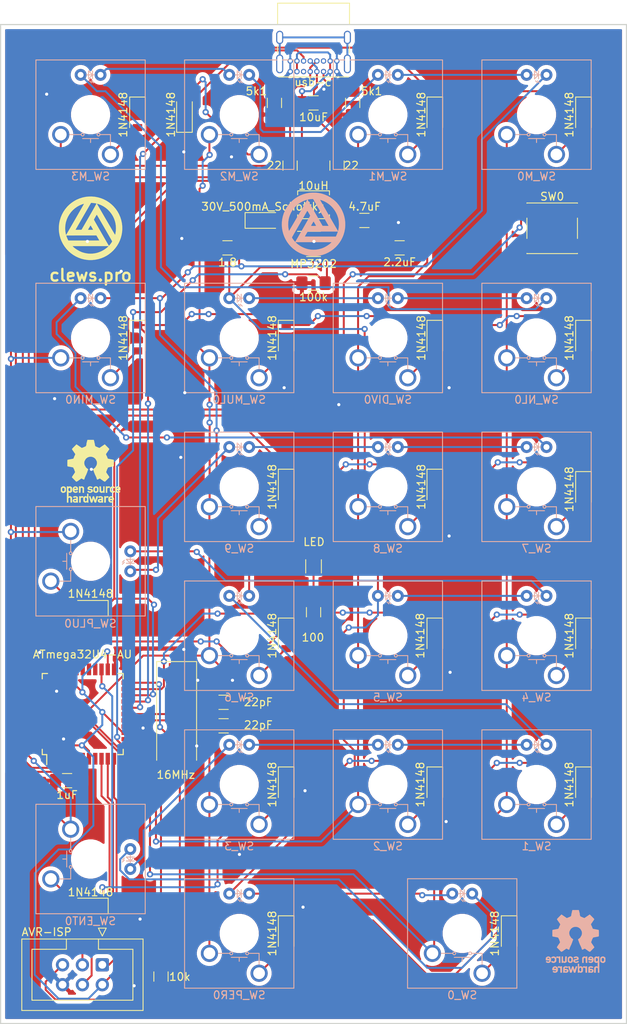
<source format=kicad_pcb>
(kicad_pcb (version 20171130) (host pcbnew 5.1.6+dfsg1-1)
  (layers (0 F.Cu signal) (31 B.Cu signal) (34 B.Paste user) (35 F.Paste user) (36 B.SilkS user) (37 F.SilkS user) (38 B.Mask user) (39 F.Mask user) (44 Edge.Cuts user))
  (net 0 "")
  (net 1 GND)
  (net 2 +5V)
  (net 3 LEDS_ANODE)
  (net 4 "Net-(C4-Pad1)")
  (net 5 "Net-(C5-Pad1)")
  (net 6 "Net-(C6-Pad2)")
  (net 7 "Net-(D1-Pad2)")
  (net 8 "Net-(D_0-Pad2)")
  (net 9 ROW5)
  (net 10 ROW4)
  (net 11 "Net-(D_1-Pad2)")
  (net 12 "Net-(D_2-Pad2)")
  (net 13 "Net-(D_3-Pad2)")
  (net 14 "Net-(D_4-Pad2)")
  (net 15 ROW3)
  (net 16 "Net-(D_5-Pad2)")
  (net 17 "Net-(D_6-Pad2)")
  (net 18 ROW2)
  (net 19 "Net-(D_7-Pad2)")
  (net 20 "Net-(D_8-Pad2)")
  (net 21 "Net-(D_9-Pad2)")
  (net 22 "Net-(D_DIV0-Pad2)")
  (net 23 ROW1)
  (net 24 "Net-(D_ENT0-Pad2)")
  (net 25 "Net-(D_M0-Pad2)")
  (net 26 ROW0)
  (net 27 "Net-(D_M1-Pad2)")
  (net 28 "Net-(D_M2-Pad2)")
  (net 29 "Net-(D_M3-Pad2)")
  (net 30 "Net-(D_MIN0-Pad2)")
  (net 31 "Net-(D_MUL0-Pad2)")
  (net 32 "Net-(D_NL0-Pad2)")
  (net 33 "Net-(D_PER0-Pad2)")
  (net 34 "Net-(D_PLU0-Pad2)")
  (net 35 "Net-(J1-PadA5)")
  (net 36 "Net-(J1-PadA6)")
  (net 37 "Net-(J1-PadA7)")
  (net 38 "Net-(J1-PadA8)")
  (net 39 "Net-(J1-PadB8)")
  (net 40 "Net-(J1-PadB5)")
  (net 41 "Net-(J1-PadS1)")
  (net 42 MISO)
  (net 43 SCK)
  (net 44 !RESET)
  (net 45 MOSI)
  (net 46 "Net-(LED_NUMLOCK0-Pad1)")
  (net 47 LEDS_PWM)
  (net 48 LEDS_CATHODE)
  (net 49 D-)
  (net 50 D+)
  (net 51 "Net-(R8-Pad2)")
  (net 52 "Net-(SW_0-Pad4)")
  (net 53 LED_LINK4)
  (net 54 COL0)
  (net 55 "Net-(SW_1-Pad4)")
  (net 56 LED_LINK3)
  (net 57 COL1)
  (net 58 "Net-(SW_2-Pad4)")
  (net 59 "Net-(SW_3-Pad4)")
  (net 60 COL2)
  (net 61 LED_LINK2)
  (net 62 "Net-(SW_4-Pad4)")
  (net 63 "Net-(SW_7-Pad4)")
  (net 64 LED_LINK1)
  (net 65 "Net-(SW_8-Pad4)")
  (net 66 "Net-(SW_9-Pad4)")
  (net 67 "Net-(SW_DIV0-Pad4)")
  (net 68 "Net-(SW_DIV0-Pad3)")
  (net 69 COL3)
  (net 70 "Net-(SW_M0-Pad4)")
  (net 71 "Net-(SW_M1-Pad4)")
  (net 72 "Net-(SW_M2-Pad4)")
  (net 73 LED_LINK0)
  (net 74 "Net-(U1-Pad1)")
  (net 75 "Net-(U1-Pad8)")
  (net 76 "Net-(U1-Pad26)")
  (net 77 "Net-(U1-Pad27)")
  (net 78 "Net-(U1-Pad28)")
  (net 79 "Net-(U1-Pad33)")
  (net 80 "Net-(U1-Pad36)")
  (net 81 "Net-(U1-Pad37)")
  (net 82 "Net-(U1-Pad42)")
  (net 83 "Net-(SW0-Pad1)")
  (net 84 "Net-(U1-Pad31)")
  (net 85 "Net-(U1-Pad32)")
  (module jank:osha_logo_8mm (layer F.Cu) (at -57 17)
    (fp_text reference G*** hide)
    (fp_text value LOGO hide)
  )
  (module jank:osha_logo_8mm (layer B.Cu) (at 5 77 180)
    (fp_text reference G*** hide)
    (fp_text value LOGO hide)
  )
  (module jank:clewsy_logo_8mm (layer F.Cu) (at -57 -14)
    (fp_text reference G*** hide)
    (fp_text value LOGO hide)
  )
  (module jank:clewsy_logo_8mm (layer B.Cu) (at -28.5 -14.5 180)
    (fp_text reference G*** hide)
    (fp_text value LOGO hide)
  )
  (module jank:Gateron_LED_1.00u_Plate (layer B.Cu) (at -9.5 76)
    (fp_text reference SW_0 (at 0 7.874) (layer B.SilkS) (effects (justify mirror)))
    (fp_text value KEY_LED hide)
    (pad 4 thru_hole circle (at -1.27 -5.08) (size 1.524 1.524) (drill 0.762) (layers *.Cu *.Mask) (net 52 "Net-(SW_0-Pad4)"))
    (pad 3 thru_hole circle (at 1.27 -5.08) (size 1.524 1.524) (drill 0.762) (layers *.Cu *.Mask) (net 53 LED_LINK4))
    (pad "" np_thru_hole circle (at 0 0) (size 4 4) (drill 4) (layers *.Cu *.Mask))
    (pad 2 thru_hole circle (at -3.81 2.54) (size 2.2 2.2) (drill 1.5) (layers *.Cu *.Mask) (net 54 COL0))
    (pad 1 thru_hole circle (at 2.54 5.08) (size 2.2 2.2) (drill 1.5) (layers *.Cu *.Mask) (net 8 "Net-(D_0-Pad2)"))
  )
  (module jank:Gateron_LED_1.00u_Plate (layer B.Cu) (at 0 57)
    (fp_text reference SW_1 (at 0 7.874) (layer B.SilkS) (effects (justify mirror)))
    (fp_text value KEY_LED hide)
    (pad 4 thru_hole circle (at -1.27 -5.08) (size 1.524 1.524) (drill 0.762) (layers *.Cu *.Mask) (net 55 "Net-(SW_1-Pad4)"))
    (pad 3 thru_hole circle (at 1.27 -5.08) (size 1.524 1.524) (drill 0.762) (layers *.Cu *.Mask) (net 56 LED_LINK3))
    (pad "" np_thru_hole circle (at 0 0) (size 4 4) (drill 4) (layers *.Cu *.Mask))
    (pad 2 thru_hole circle (at -3.81 2.54) (size 2.2 2.2) (drill 1.5) (layers *.Cu *.Mask) (net 54 COL0))
    (pad 1 thru_hole circle (at 2.54 5.08) (size 2.2 2.2) (drill 1.5) (layers *.Cu *.Mask) (net 11 "Net-(D_1-Pad2)"))
  )
  (module jank:Gateron_LED_1.00u_Plate (layer B.Cu) (at -19 57)
    (fp_text reference SW_2 (at 0 7.874) (layer B.SilkS) (effects (justify mirror)))
    (fp_text value KEY_LED hide)
    (pad 4 thru_hole circle (at -1.27 -5.08) (size 1.524 1.524) (drill 0.762) (layers *.Cu *.Mask) (net 58 "Net-(SW_2-Pad4)"))
    (pad 3 thru_hole circle (at 1.27 -5.08) (size 1.524 1.524) (drill 0.762) (layers *.Cu *.Mask) (net 55 "Net-(SW_1-Pad4)"))
    (pad "" np_thru_hole circle (at 0 0) (size 4 4) (drill 4) (layers *.Cu *.Mask))
    (pad 2 thru_hole circle (at -3.81 2.54) (size 2.2 2.2) (drill 1.5) (layers *.Cu *.Mask) (net 57 COL1))
    (pad 1 thru_hole circle (at 2.54 5.08) (size 2.2 2.2) (drill 1.5) (layers *.Cu *.Mask) (net 12 "Net-(D_2-Pad2)"))
  )
  (module jank:Gateron_LED_1.00u_Plate (layer B.Cu) (at -38 57)
    (fp_text reference SW_3 (at 0 7.874) (layer B.SilkS) (effects (justify mirror)))
    (fp_text value KEY_LED hide)
    (pad 4 thru_hole circle (at -1.27 -5.08) (size 1.524 1.524) (drill 0.762) (layers *.Cu *.Mask) (net 59 "Net-(SW_3-Pad4)"))
    (pad 3 thru_hole circle (at 1.27 -5.08) (size 1.524 1.524) (drill 0.762) (layers *.Cu *.Mask) (net 58 "Net-(SW_2-Pad4)"))
    (pad "" np_thru_hole circle (at 0 0) (size 4 4) (drill 4) (layers *.Cu *.Mask))
    (pad 2 thru_hole circle (at -3.81 2.54) (size 2.2 2.2) (drill 1.5) (layers *.Cu *.Mask) (net 60 COL2))
    (pad 1 thru_hole circle (at 2.54 5.08) (size 2.2 2.2) (drill 1.5) (layers *.Cu *.Mask) (net 13 "Net-(D_3-Pad2)"))
  )
  (module jank:Gateron_LED_1.00u_Plate (layer B.Cu) (at 0 38)
    (fp_text reference SW_4 (at 0 7.874) (layer B.SilkS) (effects (justify mirror)))
    (fp_text value KEY_LED hide)
    (pad 4 thru_hole circle (at -1.27 -5.08) (size 1.524 1.524) (drill 0.762) (layers *.Cu *.Mask) (net 62 "Net-(SW_4-Pad4)"))
    (pad 3 thru_hole circle (at 1.27 -5.08) (size 1.524 1.524) (drill 0.762) (layers *.Cu *.Mask) (net 61 LED_LINK2))
    (pad "" np_thru_hole circle (at 0 0) (size 4 4) (drill 4) (layers *.Cu *.Mask))
    (pad 2 thru_hole circle (at -3.81 2.54) (size 2.2 2.2) (drill 1.5) (layers *.Cu *.Mask) (net 54 COL0))
    (pad 1 thru_hole circle (at 2.54 5.08) (size 2.2 2.2) (drill 1.5) (layers *.Cu *.Mask) (net 14 "Net-(D_4-Pad2)"))
  )
  (module jank:Gateron_LED_1.00u_Plate (layer B.Cu) (at -19 38)
    (fp_text reference SW_5 (at 0 7.874) (layer B.SilkS) (effects (justify mirror)))
    (fp_text value KEY_LED hide)
    (pad 4 thru_hole circle (at -1.27 -5.08) (size 1.524 1.524) (drill 0.762) (layers *.Cu *.Mask) (net 3 LEDS_ANODE))
    (pad 3 thru_hole circle (at 1.27 -5.08) (size 1.524 1.524) (drill 0.762) (layers *.Cu *.Mask) (net 62 "Net-(SW_4-Pad4)"))
    (pad "" np_thru_hole circle (at 0 0) (size 4 4) (drill 4) (layers *.Cu *.Mask))
    (pad 2 thru_hole circle (at -3.81 2.54) (size 2.2 2.2) (drill 1.5) (layers *.Cu *.Mask) (net 57 COL1))
    (pad 1 thru_hole circle (at 2.54 5.08) (size 2.2 2.2) (drill 1.5) (layers *.Cu *.Mask) (net 16 "Net-(D_5-Pad2)"))
  )
  (module jank:Gateron_LED_1.00u_Plate (layer B.Cu) (at -38 38)
    (fp_text reference SW_6 (at 0 7.874) (layer B.SilkS) (effects (justify mirror)))
    (fp_text value KEY_LED hide)
    (pad 4 thru_hole circle (at -1.27 -5.08) (size 1.524 1.524) (drill 0.762) (layers *.Cu *.Mask) (net 56 LED_LINK3))
    (pad 3 thru_hole circle (at 1.27 -5.08) (size 1.524 1.524) (drill 0.762) (layers *.Cu *.Mask) (net 48 LEDS_CATHODE))
    (pad "" np_thru_hole circle (at 0 0) (size 4 4) (drill 4) (layers *.Cu *.Mask))
    (pad 2 thru_hole circle (at -3.81 2.54) (size 2.2 2.2) (drill 1.5) (layers *.Cu *.Mask) (net 60 COL2))
    (pad 1 thru_hole circle (at 2.54 5.08) (size 2.2 2.2) (drill 1.5) (layers *.Cu *.Mask) (net 17 "Net-(D_6-Pad2)"))
  )
  (module jank:Gateron_LED_1.00u_Plate (layer B.Cu) (at 0 19)
    (fp_text reference SW_7 (at 0 7.874) (layer B.SilkS) (effects (justify mirror)))
    (fp_text value KEY_LED hide)
    (pad 4 thru_hole circle (at -1.27 -5.08) (size 1.524 1.524) (drill 0.762) (layers *.Cu *.Mask) (net 63 "Net-(SW_7-Pad4)"))
    (pad 3 thru_hole circle (at 1.27 -5.08) (size 1.524 1.524) (drill 0.762) (layers *.Cu *.Mask) (net 64 LED_LINK1))
    (pad "" np_thru_hole circle (at 0 0) (size 4 4) (drill 4) (layers *.Cu *.Mask))
    (pad 2 thru_hole circle (at -3.81 2.54) (size 2.2 2.2) (drill 1.5) (layers *.Cu *.Mask) (net 54 COL0))
    (pad 1 thru_hole circle (at 2.54 5.08) (size 2.2 2.2) (drill 1.5) (layers *.Cu *.Mask) (net 19 "Net-(D_7-Pad2)"))
  )
  (module jank:Gateron_LED_1.00u_Plate (layer B.Cu) (at -19 19)
    (fp_text reference SW_8 (at 0 7.874) (layer B.SilkS) (effects (justify mirror)))
    (fp_text value KEY_LED hide)
    (pad 4 thru_hole circle (at -1.27 -5.08) (size 1.524 1.524) (drill 0.762) (layers *.Cu *.Mask) (net 65 "Net-(SW_8-Pad4)"))
    (pad 3 thru_hole circle (at 1.27 -5.08) (size 1.524 1.524) (drill 0.762) (layers *.Cu *.Mask) (net 63 "Net-(SW_7-Pad4)"))
    (pad "" np_thru_hole circle (at 0 0) (size 4 4) (drill 4) (layers *.Cu *.Mask))
    (pad 2 thru_hole circle (at -3.81 2.54) (size 2.2 2.2) (drill 1.5) (layers *.Cu *.Mask) (net 57 COL1))
    (pad 1 thru_hole circle (at 2.54 5.08) (size 2.2 2.2) (drill 1.5) (layers *.Cu *.Mask) (net 20 "Net-(D_8-Pad2)"))
  )
  (module jank:Gateron_LED_1.00u_Plate (layer B.Cu) (at -38 19)
    (fp_text reference SW_9 (at 0 7.874) (layer B.SilkS) (effects (justify mirror)))
    (fp_text value KEY_LED hide)
    (pad 4 thru_hole circle (at -1.27 -5.08) (size 1.524 1.524) (drill 0.762) (layers *.Cu *.Mask) (net 66 "Net-(SW_9-Pad4)"))
    (pad 3 thru_hole circle (at 1.27 -5.08) (size 1.524 1.524) (drill 0.762) (layers *.Cu *.Mask) (net 65 "Net-(SW_8-Pad4)"))
    (pad "" np_thru_hole circle (at 0 0) (size 4 4) (drill 4) (layers *.Cu *.Mask))
    (pad 2 thru_hole circle (at -3.81 2.54) (size 2.2 2.2) (drill 1.5) (layers *.Cu *.Mask) (net 60 COL2))
    (pad 1 thru_hole circle (at 2.54 5.08) (size 2.2 2.2) (drill 1.5) (layers *.Cu *.Mask) (net 21 "Net-(D_9-Pad2)"))
  )
  (module jank:Gateron_LED_1.00u_Plate (layer B.Cu) (at -19 0)
    (fp_text reference SW_DIV0 (at 0 7.874) (layer B.SilkS) (effects (justify mirror)))
    (fp_text value KEY_LED hide)
    (pad 4 thru_hole circle (at -1.27 -5.08) (size 1.524 1.524) (drill 0.762) (layers *.Cu *.Mask) (net 67 "Net-(SW_DIV0-Pad4)"))
    (pad 3 thru_hole circle (at 1.27 -5.08) (size 1.524 1.524) (drill 0.762) (layers *.Cu *.Mask) (net 68 "Net-(SW_DIV0-Pad3)"))
    (pad "" np_thru_hole circle (at 0 0) (size 4 4) (drill 4) (layers *.Cu *.Mask))
    (pad 2 thru_hole circle (at -3.81 2.54) (size 2.2 2.2) (drill 1.5) (layers *.Cu *.Mask) (net 57 COL1))
    (pad 1 thru_hole circle (at 2.54 5.08) (size 2.2 2.2) (drill 1.5) (layers *.Cu *.Mask) (net 22 "Net-(D_DIV0-Pad2)"))
  )
  (module jank:Gateron_LED_1.00u_Plate (layer B.Cu) (at -57 66.5 270)
    (fp_text reference SW_ENT0 (at 7.922 0.023) (layer B.SilkS) (effects (justify mirror)))
    (fp_text value KEY_LED hide)
    (pad 4 thru_hole circle (at -1.27 -5.08 270) (size 1.524 1.524) (drill 0.762) (layers *.Cu *.Mask) (net 53 LED_LINK4))
    (pad 3 thru_hole circle (at 1.27 -5.08 270) (size 1.524 1.524) (drill 0.762) (layers *.Cu *.Mask) (net 59 "Net-(SW_3-Pad4)"))
    (pad "" np_thru_hole circle (at 0 0 270) (size 4 4) (drill 4) (layers *.Cu *.Mask))
    (pad 2 thru_hole circle (at -3.81 2.54 270) (size 2.2 2.2) (drill 1.5) (layers *.Cu *.Mask) (net 69 COL3))
    (pad 1 thru_hole circle (at 2.54 5.08 270) (size 2.2 2.2) (drill 1.5) (layers *.Cu *.Mask) (net 24 "Net-(D_ENT0-Pad2)"))
  )
  (module jank:Gateron_LED_1.00u_Plate (layer B.Cu) (at 0 -28.5)
    (fp_text reference SW_M0 (at 0 7.874) (layer B.SilkS) (effects (justify mirror)))
    (fp_text value KEY_LED hide)
    (pad 4 thru_hole circle (at -1.27 -5.08) (size 1.524 1.524) (drill 0.762) (layers *.Cu *.Mask) (net 70 "Net-(SW_M0-Pad4)"))
    (pad 3 thru_hole circle (at 1.27 -5.08) (size 1.524 1.524) (drill 0.762) (layers *.Cu *.Mask) (net 48 LEDS_CATHODE))
    (pad "" np_thru_hole circle (at 0 0) (size 4 4) (drill 4) (layers *.Cu *.Mask))
    (pad 2 thru_hole circle (at -3.81 2.54) (size 2.2 2.2) (drill 1.5) (layers *.Cu *.Mask) (net 54 COL0))
    (pad 1 thru_hole circle (at 2.54 5.08) (size 2.2 2.2) (drill 1.5) (layers *.Cu *.Mask) (net 25 "Net-(D_M0-Pad2)"))
  )
  (module jank:Gateron_LED_1.00u_Plate (layer B.Cu) (at -19 -28.5)
    (fp_text reference SW_M1 (at 0 7.874) (layer B.SilkS) (effects (justify mirror)))
    (fp_text value KEY_LED hide)
    (pad 4 thru_hole circle (at -1.27 -5.08) (size 1.524 1.524) (drill 0.762) (layers *.Cu *.Mask) (net 71 "Net-(SW_M1-Pad4)"))
    (pad 3 thru_hole circle (at 1.27 -5.08) (size 1.524 1.524) (drill 0.762) (layers *.Cu *.Mask) (net 70 "Net-(SW_M0-Pad4)"))
    (pad "" np_thru_hole circle (at 0 0) (size 4 4) (drill 4) (layers *.Cu *.Mask))
    (pad 2 thru_hole circle (at -3.81 2.54) (size 2.2 2.2) (drill 1.5) (layers *.Cu *.Mask) (net 57 COL1))
    (pad 1 thru_hole circle (at 2.54 5.08) (size 2.2 2.2) (drill 1.5) (layers *.Cu *.Mask) (net 27 "Net-(D_M1-Pad2)"))
  )
  (module jank:Gateron_LED_1.00u_Plate (layer B.Cu) (at -38 -28.5)
    (fp_text reference SW_M2 (at 0 7.874) (layer B.SilkS) (effects (justify mirror)))
    (fp_text value KEY_LED hide)
    (pad 4 thru_hole circle (at -1.27 -5.08) (size 1.524 1.524) (drill 0.762) (layers *.Cu *.Mask) (net 72 "Net-(SW_M2-Pad4)"))
    (pad 3 thru_hole circle (at 1.27 -5.08) (size 1.524 1.524) (drill 0.762) (layers *.Cu *.Mask) (net 71 "Net-(SW_M1-Pad4)"))
    (pad "" np_thru_hole circle (at 0 0) (size 4 4) (drill 4) (layers *.Cu *.Mask))
    (pad 2 thru_hole circle (at -3.81 2.54) (size 2.2 2.2) (drill 1.5) (layers *.Cu *.Mask) (net 60 COL2))
    (pad 1 thru_hole circle (at 2.54 5.08) (size 2.2 2.2) (drill 1.5) (layers *.Cu *.Mask) (net 28 "Net-(D_M2-Pad2)"))
  )
  (module jank:Gateron_LED_1.00u_Plate (layer B.Cu) (at -57 -28.5)
    (fp_text reference SW_M3 (at 0 7.874) (layer B.SilkS) (effects (justify mirror)))
    (fp_text value KEY_LED hide)
    (pad 4 thru_hole circle (at -1.27 -5.08) (size 1.524 1.524) (drill 0.762) (layers *.Cu *.Mask) (net 73 LED_LINK0))
    (pad 3 thru_hole circle (at 1.27 -5.08) (size 1.524 1.524) (drill 0.762) (layers *.Cu *.Mask) (net 72 "Net-(SW_M2-Pad4)"))
    (pad "" np_thru_hole circle (at 0 0) (size 4 4) (drill 4) (layers *.Cu *.Mask))
    (pad 2 thru_hole circle (at -3.81 2.54) (size 2.2 2.2) (drill 1.5) (layers *.Cu *.Mask) (net 69 COL3))
    (pad 1 thru_hole circle (at 2.54 5.08) (size 2.2 2.2) (drill 1.5) (layers *.Cu *.Mask) (net 29 "Net-(D_M3-Pad2)"))
  )
  (module jank:Gateron_LED_1.00u_Plate (layer B.Cu) (at -57 0)
    (fp_text reference SW_MIN0 (at 0 7.874) (layer B.SilkS) (effects (justify mirror)))
    (fp_text value KEY_LED hide)
    (pad 4 thru_hole circle (at -1.27 -5.08) (size 1.524 1.524) (drill 0.762) (layers *.Cu *.Mask) (net 64 LED_LINK1))
    (pad 3 thru_hole circle (at 1.27 -5.08) (size 1.524 1.524) (drill 0.762) (layers *.Cu *.Mask) (net 48 LEDS_CATHODE))
    (pad "" np_thru_hole circle (at 0 0) (size 4 4) (drill 4) (layers *.Cu *.Mask))
    (pad 2 thru_hole circle (at -3.81 2.54) (size 2.2 2.2) (drill 1.5) (layers *.Cu *.Mask) (net 69 COL3))
    (pad 1 thru_hole circle (at 2.54 5.08) (size 2.2 2.2) (drill 1.5) (layers *.Cu *.Mask) (net 30 "Net-(D_MIN0-Pad2)"))
  )
  (module jank:Gateron_LED_1.00u_Plate (layer B.Cu) (at -38 0)
    (fp_text reference SW_MUL0 (at 0 7.874) (layer B.SilkS) (effects (justify mirror)))
    (fp_text value KEY_LED hide)
    (pad 4 thru_hole circle (at -1.27 -5.08) (size 1.524 1.524) (drill 0.762) (layers *.Cu *.Mask) (net 3 LEDS_ANODE))
    (pad 3 thru_hole circle (at 1.27 -5.08) (size 1.524 1.524) (drill 0.762) (layers *.Cu *.Mask) (net 67 "Net-(SW_DIV0-Pad4)"))
    (pad "" np_thru_hole circle (at 0 0) (size 4 4) (drill 4) (layers *.Cu *.Mask))
    (pad 2 thru_hole circle (at -3.81 2.54) (size 2.2 2.2) (drill 1.5) (layers *.Cu *.Mask) (net 60 COL2))
    (pad 1 thru_hole circle (at 2.54 5.08) (size 2.2 2.2) (drill 1.5) (layers *.Cu *.Mask) (net 31 "Net-(D_MUL0-Pad2)"))
  )
  (module jank:Gateron_LED_1.00u_Plate (layer B.Cu) (at 0 0)
    (fp_text reference SW_NL0 (at 0 7.874) (layer B.SilkS) (effects (justify mirror)))
    (fp_text value KEY_LED hide)
    (pad 4 thru_hole circle (at -1.27 -5.08) (size 1.524 1.524) (drill 0.762) (layers *.Cu *.Mask) (net 68 "Net-(SW_DIV0-Pad3)"))
    (pad 3 thru_hole circle (at 1.27 -5.08) (size 1.524 1.524) (drill 0.762) (layers *.Cu *.Mask) (net 73 LED_LINK0))
    (pad "" np_thru_hole circle (at 0 0) (size 4 4) (drill 4) (layers *.Cu *.Mask))
    (pad 2 thru_hole circle (at -3.81 2.54) (size 2.2 2.2) (drill 1.5) (layers *.Cu *.Mask) (net 54 COL0))
    (pad 1 thru_hole circle (at 2.54 5.08) (size 2.2 2.2) (drill 1.5) (layers *.Cu *.Mask) (net 32 "Net-(D_NL0-Pad2)"))
  )
  (module jank:Gateron_LED_1.00u_Plate (layer B.Cu) (at -38 76)
    (fp_text reference SW_PER0 (at 0 7.874) (layer B.SilkS) (effects (justify mirror)))
    (fp_text value KEY_LED hide)
    (pad 4 thru_hole circle (at -1.27 -5.08) (size 1.524 1.524) (drill 0.762) (layers *.Cu *.Mask) (net 3 LEDS_ANODE))
    (pad 3 thru_hole circle (at 1.27 -5.08) (size 1.524 1.524) (drill 0.762) (layers *.Cu *.Mask) (net 52 "Net-(SW_0-Pad4)"))
    (pad "" np_thru_hole circle (at 0 0) (size 4 4) (drill 4) (layers *.Cu *.Mask))
    (pad 2 thru_hole circle (at -3.81 2.54) (size 2.2 2.2) (drill 1.5) (layers *.Cu *.Mask) (net 60 COL2))
    (pad 1 thru_hole circle (at 2.54 5.08) (size 2.2 2.2) (drill 1.5) (layers *.Cu *.Mask) (net 33 "Net-(D_PER0-Pad2)"))
  )
  (module jank:Gateron_LED_1.00u_Plate (layer B.Cu) (at -57 28.5 270)
    (fp_text reference SW_PLU0 (at 7.949 0.023) (layer B.SilkS) (effects (justify mirror)))
    (fp_text value KEY_LED hide)
    (pad 4 thru_hole circle (at -1.27 -5.08 270) (size 1.524 1.524) (drill 0.762) (layers *.Cu *.Mask) (net 61 LED_LINK2))
    (pad 3 thru_hole circle (at 1.27 -5.08 270) (size 1.524 1.524) (drill 0.762) (layers *.Cu *.Mask) (net 66 "Net-(SW_9-Pad4)"))
    (pad "" np_thru_hole circle (at 0 0 270) (size 4 4) (drill 4) (layers *.Cu *.Mask))
    (pad 2 thru_hole circle (at -3.81 2.54 270) (size 2.2 2.2) (drill 1.5) (layers *.Cu *.Mask) (net 69 COL3))
    (pad 1 thru_hole circle (at 2.54 5.08 270) (size 2.2 2.2) (drill 1.5) (layers *.Cu *.Mask) (net 34 "Net-(D_PLU0-Pad2)"))
  )
  (module jank:SRN3010TA (layer F.Cu) (at -28.5 -17 180)
    (fp_text reference L1 hide)
    (fp_text value 10uH (at 0 2.431) (layer F.SilkS))
    (pad 1 smd rect (at -1.2 0 180) (size 1.4 3.2) (layers F.Cu F.Paste F.Mask) (net 2 +5V))
    (pad 2 smd rect (at 1.2 0 180) (size 1.4 3.2) (layers F.Cu F.Paste F.Mask) (net 7 "Net-(D1-Pad2)"))
  )
  (module Button_Switch_SMD:SW_Push_1P1T_NO_6x6mm_H9.5mm (layer F.Cu) (at 2 -14)
    (fp_text reference SW0 (at 0 -4.05) (layer F.SilkS))
    (fp_text value SW_Push)
    (pad 2 smd rect (at -3.975 2.25) (size 1.55 1.3) (layers F.Cu F.Paste F.Mask) (net 1 GND))
    (pad 1 smd rect (at -3.975 -2.25) (size 1.55 1.3) (layers F.Cu F.Paste F.Mask) (net 83 "Net-(SW0-Pad1)"))
    (pad 1 smd rect (at 3.975 -2.25) (size 1.55 1.3) (layers F.Cu F.Paste F.Mask) (net 83 "Net-(SW0-Pad1)"))
    (pad 2 smd rect (at 3.975 2.25) (size 1.55 1.3) (layers F.Cu F.Paste F.Mask) (net 1 GND))
  )
  (module Capacitor_SMD:C_1206_3216Metric_Pad1.42x1.75mm_HandSolder (layer F.Cu) (at -22 -15)
    (fp_text reference C1 hide)
    (fp_text value 4.7uF (at 0.029 -1.764) (layer F.SilkS))
    (pad 2 smd roundrect (at 1.4875 0) (size 1.425 1.75) (layers F.Cu F.Paste F.Mask) (roundrect_rratio 0.175439) (net 1 GND))
    (pad 1 smd roundrect (at -1.4875 0) (size 1.425 1.75) (layers F.Cu F.Paste F.Mask) (roundrect_rratio 0.175439) (net 2 +5V))
  )
  (module Capacitor_SMD:C_1206_3216Metric_Pad1.42x1.75mm_HandSolder (layer F.Cu) (at -17.5 -11.5)
    (fp_text reference C2 hide)
    (fp_text value 2.2uF (at 0 1.82) (layer F.SilkS))
    (pad 2 smd roundrect (at 1.4875 0) (size 1.425 1.75) (layers F.Cu F.Paste F.Mask) (roundrect_rratio 0.175439) (net 1 GND))
    (pad 1 smd roundrect (at -1.4875 0) (size 1.425 1.75) (layers F.Cu F.Paste F.Mask) (roundrect_rratio 0.175439) (net 3 LEDS_ANODE))
  )
  (module Capacitor_SMD:C_1206_3216Metric_Pad1.42x1.75mm_HandSolder (layer F.Cu) (at -28.5 -30)
    (fp_text reference C3 hide)
    (fp_text value 10uF (at 0 1.82) (layer F.SilkS))
    (pad 1 smd roundrect (at -1.4875 0) (size 1.425 1.75) (layers F.Cu F.Paste F.Mask) (roundrect_rratio 0.175439) (net 2 +5V))
    (pad 2 smd roundrect (at 1.4875 0) (size 1.425 1.75) (layers F.Cu F.Paste F.Mask) (roundrect_rratio 0.175439) (net 1 GND))
  )
  (module Capacitor_SMD:C_1206_3216Metric_Pad1.42x1.75mm_HandSolder (layer F.Cu) (at -40 46.5)
    (fp_text reference C4 hide)
    (fp_text value 22pF (at 4.44 -0.018) (layer F.SilkS))
    (pad 1 smd roundrect (at -1.4875 0) (size 1.425 1.75) (layers F.Cu F.Paste F.Mask) (roundrect_rratio 0.175439) (net 4 "Net-(C4-Pad1)"))
    (pad 2 smd roundrect (at 1.4875 0) (size 1.425 1.75) (layers F.Cu F.Paste F.Mask) (roundrect_rratio 0.175439) (net 1 GND))
  )
  (module Capacitor_SMD:C_1206_3216Metric_Pad1.42x1.75mm_HandSolder (layer F.Cu) (at -40 49.5)
    (fp_text reference C5 hide)
    (fp_text value 22pF (at 4.44 -0.097) (layer F.SilkS))
    (pad 2 smd roundrect (at 1.4875 0) (size 1.425 1.75) (layers F.Cu F.Paste F.Mask) (roundrect_rratio 0.175439) (net 1 GND))
    (pad 1 smd roundrect (at -1.4875 0) (size 1.425 1.75) (layers F.Cu F.Paste F.Mask) (roundrect_rratio 0.175439) (net 5 "Net-(C5-Pad1)"))
  )
  (module Capacitor_SMD:C_1206_3216Metric_Pad1.42x1.75mm_HandSolder (layer F.Cu) (at -60 56.5)
    (fp_text reference C6 hide)
    (fp_text value 1uF (at 0 1.82) (layer F.SilkS))
    (pad 1 smd roundrect (at -1.4875 0) (size 1.425 1.75) (layers F.Cu F.Paste F.Mask) (roundrect_rratio 0.175439) (net 1 GND))
    (pad 2 smd roundrect (at 1.4875 0) (size 1.425 1.75) (layers F.Cu F.Paste F.Mask) (roundrect_rratio 0.175439) (net 6 "Net-(C6-Pad2)"))
  )
  (module Diode_SMD:D_SOD-123 (layer F.Cu) (at -35 -15)
    (fp_text reference D1 hide)
    (fp_text value 30V_500mA_Schottky (at 0 -1.764) (layer F.SilkS))
    (pad 1 smd rect (at -1.65 0) (size 0.9 1.2) (layers F.Cu F.Paste F.Mask) (net 3 LEDS_ANODE))
    (pad 2 smd rect (at 1.65 0) (size 0.9 1.2) (layers F.Cu F.Paste F.Mask) (net 7 "Net-(D1-Pad2)"))
  )
  (module Diode_SMD:D_SOD-123 (layer F.Cu) (at -3.5 76 270)
    (fp_text reference D_0 hide)
    (fp_text value 1N4148 (at 0 1.834 90) (layer F.SilkS))
    (pad 2 smd rect (at 1.65 0 270) (size 0.9 1.2) (layers F.Cu F.Paste F.Mask) (net 8 "Net-(D_0-Pad2)"))
    (pad 1 smd rect (at -1.65 0 270) (size 0.9 1.2) (layers F.Cu F.Paste F.Mask) (net 9 ROW5))
  )
  (module Diode_SMD:D_SOD-123 (layer F.Cu) (at 6 57 270)
    (fp_text reference D_1 hide)
    (fp_text value 1N4148 (at 0 1.809 90) (layer F.SilkS))
    (pad 1 smd rect (at -1.65 0 270) (size 0.9 1.2) (layers F.Cu F.Paste F.Mask) (net 10 ROW4))
    (pad 2 smd rect (at 1.65 0 270) (size 0.9 1.2) (layers F.Cu F.Paste F.Mask) (net 11 "Net-(D_1-Pad2)"))
  )
  (module Diode_SMD:D_SOD-123 (layer F.Cu) (at -13 57 270)
    (fp_text reference D_2 hide)
    (fp_text value 1N4148 (at 0 1.859 90) (layer F.SilkS))
    (pad 2 smd rect (at 1.65 0 270) (size 0.9 1.2) (layers F.Cu F.Paste F.Mask) (net 12 "Net-(D_2-Pad2)"))
    (pad 1 smd rect (at -1.65 0 270) (size 0.9 1.2) (layers F.Cu F.Paste F.Mask) (net 10 ROW4))
  )
  (module Diode_SMD:D_SOD-123 (layer F.Cu) (at -32 57 270)
    (fp_text reference D_3 hide)
    (fp_text value 1N4148 (at 0 1.782 90) (layer F.SilkS))
    (pad 1 smd rect (at -1.65 0 270) (size 0.9 1.2) (layers F.Cu F.Paste F.Mask) (net 10 ROW4))
    (pad 2 smd rect (at 1.65 0 270) (size 0.9 1.2) (layers F.Cu F.Paste F.Mask) (net 13 "Net-(D_3-Pad2)"))
  )
  (module Diode_SMD:D_SOD-123 (layer F.Cu) (at 6 38 270)
    (fp_text reference D_4 hide)
    (fp_text value 1N4148 (at 0 1.809 90) (layer F.SilkS))
    (pad 2 smd rect (at 1.65 0 270) (size 0.9 1.2) (layers F.Cu F.Paste F.Mask) (net 14 "Net-(D_4-Pad2)"))
    (pad 1 smd rect (at -1.65 0 270) (size 0.9 1.2) (layers F.Cu F.Paste F.Mask) (net 15 ROW3))
  )
  (module Diode_SMD:D_SOD-123 (layer F.Cu) (at -13 38 270)
    (fp_text reference D_5 hide)
    (fp_text value 1N4148 (at 0 1.859 90) (layer F.SilkS))
    (pad 1 smd rect (at -1.65 0 270) (size 0.9 1.2) (layers F.Cu F.Paste F.Mask) (net 15 ROW3))
    (pad 2 smd rect (at 1.65 0 270) (size 0.9 1.2) (layers F.Cu F.Paste F.Mask) (net 16 "Net-(D_5-Pad2)"))
  )
  (module Diode_SMD:D_SOD-123 (layer F.Cu) (at -32 38 270)
    (fp_text reference D_6 hide)
    (fp_text value 1N4148 (at 0 1.782 90) (layer F.SilkS))
    (pad 2 smd rect (at 1.65 0 270) (size 0.9 1.2) (layers F.Cu F.Paste F.Mask) (net 17 "Net-(D_6-Pad2)"))
    (pad 1 smd rect (at -1.65 0 270) (size 0.9 1.2) (layers F.Cu F.Paste F.Mask) (net 15 ROW3))
  )
  (module Diode_SMD:D_SOD-123 (layer F.Cu) (at 6 19.304 270)
    (fp_text reference D_7 hide)
    (fp_text value 1N4148 (at 0 1.809 90) (layer F.SilkS))
    (pad 1 smd rect (at -1.65 0 270) (size 0.9 1.2) (layers F.Cu F.Paste F.Mask) (net 18 ROW2))
    (pad 2 smd rect (at 1.65 0 270) (size 0.9 1.2) (layers F.Cu F.Paste F.Mask) (net 19 "Net-(D_7-Pad2)"))
  )
  (module Diode_SMD:D_SOD-123 (layer F.Cu) (at -13 19 270)
    (fp_text reference D_8 hide)
    (fp_text value 1N4148 (at 0 1.732 90) (layer F.SilkS))
    (pad 1 smd rect (at -1.65 0 270) (size 0.9 1.2) (layers F.Cu F.Paste F.Mask) (net 18 ROW2))
    (pad 2 smd rect (at 1.65 0 270) (size 0.9 1.2) (layers F.Cu F.Paste F.Mask) (net 20 "Net-(D_8-Pad2)"))
  )
  (module Diode_SMD:D_SOD-123 (layer F.Cu) (at -32 19 270)
    (fp_text reference D_9 hide)
    (fp_text value 1N4148 (at 0 1.782 90) (layer F.SilkS))
    (pad 2 smd rect (at 1.65 0 270) (size 0.9 1.2) (layers F.Cu F.Paste F.Mask) (net 21 "Net-(D_9-Pad2)"))
    (pad 1 smd rect (at -1.65 0 270) (size 0.9 1.2) (layers F.Cu F.Paste F.Mask) (net 18 ROW2))
  )
  (module Diode_SMD:D_SOD-123 (layer F.Cu) (at -13 0 270)
    (fp_text reference D_DIV0 hide)
    (fp_text value 1N4148 (at 0 1.732 90) (layer F.SilkS))
    (pad 2 smd rect (at 1.65 0 270) (size 0.9 1.2) (layers F.Cu F.Paste F.Mask) (net 22 "Net-(D_DIV0-Pad2)"))
    (pad 1 smd rect (at -1.65 0 270) (size 0.9 1.2) (layers F.Cu F.Paste F.Mask) (net 23 ROW1))
  )
  (module Diode_SMD:D_SOD-123 (layer F.Cu) (at -57 72.5 180)
    (fp_text reference D_ENT0 hide)
    (fp_text value 1N4148 (at 0 1.761) (layer F.SilkS))
    (pad 2 smd rect (at 1.65 0 180) (size 0.9 1.2) (layers F.Cu F.Paste F.Mask) (net 24 "Net-(D_ENT0-Pad2)"))
    (pad 1 smd rect (at -1.65 0 180) (size 0.9 1.2) (layers F.Cu F.Paste F.Mask) (net 10 ROW4))
  )
  (module Diode_SMD:D_SOD-123 (layer F.Cu) (at 6 -28.5 270)
    (fp_text reference D_M0 hide)
    (fp_text value 1N4148 (at 0 1.809 90) (layer F.SilkS))
    (pad 2 smd rect (at 1.65 0 270) (size 0.9 1.2) (layers F.Cu F.Paste F.Mask) (net 25 "Net-(D_M0-Pad2)"))
    (pad 1 smd rect (at -1.65 0 270) (size 0.9 1.2) (layers F.Cu F.Paste F.Mask) (net 26 ROW0))
  )
  (module Diode_SMD:D_SOD-123 (layer F.Cu) (at -13 -28.5 270)
    (fp_text reference D_M1 hide)
    (fp_text value 1N4148 (at 0 1.732 90) (layer F.SilkS))
    (pad 2 smd rect (at 1.65 0 270) (size 0.9 1.2) (layers F.Cu F.Paste F.Mask) (net 27 "Net-(D_M1-Pad2)"))
    (pad 1 smd rect (at -1.65 0 270) (size 0.9 1.2) (layers F.Cu F.Paste F.Mask) (net 26 ROW0))
  )
  (module Diode_SMD:D_SOD-123 (layer F.Cu) (at -45 -28.5 90)
    (fp_text reference D_M2 hide)
    (fp_text value 1N4148 (at 0 -1.736 90) (layer F.SilkS))
    (pad 2 smd rect (at 1.65 0 90) (size 0.9 1.2) (layers F.Cu F.Paste F.Mask) (net 28 "Net-(D_M2-Pad2)"))
    (pad 1 smd rect (at -1.65 0 90) (size 0.9 1.2) (layers F.Cu F.Paste F.Mask) (net 26 ROW0))
  )
  (module Diode_SMD:D_SOD-123 (layer F.Cu) (at -51 -28.5 270)
    (fp_text reference D_M3 hide)
    (fp_text value 1N4148 (at 0 1.832 90) (layer F.SilkS))
    (pad 1 smd rect (at -1.65 0 270) (size 0.9 1.2) (layers F.Cu F.Paste F.Mask) (net 26 ROW0))
    (pad 2 smd rect (at 1.65 0 270) (size 0.9 1.2) (layers F.Cu F.Paste F.Mask) (net 29 "Net-(D_M3-Pad2)"))
  )
  (module Diode_SMD:D_SOD-123 (layer F.Cu) (at -51 0 270)
    (fp_text reference D_MIN0 hide)
    (fp_text value 1N4148 (at 0 1.832 90) (layer F.SilkS))
    (pad 2 smd rect (at 1.65 0 270) (size 0.9 1.2) (layers F.Cu F.Paste F.Mask) (net 30 "Net-(D_MIN0-Pad2)"))
    (pad 1 smd rect (at -1.65 0 270) (size 0.9 1.2) (layers F.Cu F.Paste F.Mask) (net 23 ROW1))
  )
  (module Diode_SMD:D_SOD-123 (layer F.Cu) (at -32 0 270)
    (fp_text reference D_MUL0 hide)
    (fp_text value 1N4148 (at 0 1.782 90) (layer F.SilkS))
    (pad 1 smd rect (at -1.65 0 270) (size 0.9 1.2) (layers F.Cu F.Paste F.Mask) (net 23 ROW1))
    (pad 2 smd rect (at 1.65 0 270) (size 0.9 1.2) (layers F.Cu F.Paste F.Mask) (net 31 "Net-(D_MUL0-Pad2)"))
  )
  (module Diode_SMD:D_SOD-123 (layer F.Cu) (at 6 0 270)
    (fp_text reference D_NL0 hide)
    (fp_text value 1N4148 (at 0 1.809 90) (layer F.SilkS))
    (pad 1 smd rect (at -1.65 0 270) (size 0.9 1.2) (layers F.Cu F.Paste F.Mask) (net 23 ROW1))
    (pad 2 smd rect (at 1.65 0 270) (size 0.9 1.2) (layers F.Cu F.Paste F.Mask) (net 32 "Net-(D_NL0-Pad2)"))
  )
  (module Diode_SMD:D_SOD-123 (layer F.Cu) (at -32 76 270)
    (fp_text reference D_PER0 hide)
    (fp_text value 1N4148 (at 0 1.782 90) (layer F.SilkS))
    (pad 1 smd rect (at -1.65 0 270) (size 0.9 1.2) (layers F.Cu F.Paste F.Mask) (net 9 ROW5))
    (pad 2 smd rect (at 1.65 0 270) (size 0.9 1.2) (layers F.Cu F.Paste F.Mask) (net 33 "Net-(D_PER0-Pad2)"))
  )
  (module Diode_SMD:D_SOD-123 (layer F.Cu) (at -57 34.5 180)
    (fp_text reference D_PLU0 hide)
    (fp_text value 1N4148 (at 0 1.861) (layer F.SilkS))
    (pad 1 smd rect (at -1.65 0 180) (size 0.9 1.2) (layers F.Cu F.Paste F.Mask) (net 18 ROW2))
    (pad 2 smd rect (at 1.65 0 180) (size 0.9 1.2) (layers F.Cu F.Paste F.Mask) (net 34 "Net-(D_PLU0-Pad2)"))
  )
  (module Connector_IDC:IDC-Header_2x03_P2.54mm_Vertical (layer F.Cu) (at -55.5 80 270)
    (fp_text reference J2 hide)
    (fp_text value AVR-ISP (at -4.181 7.111 180) (layer F.SilkS))
    (pad 1 thru_hole roundrect (at 0 0 270) (size 1.7 1.7) (drill 1) (layers *.Cu *.Mask) (roundrect_rratio 0.147059) (net 42 MISO))
    (pad 3 thru_hole circle (at 0 2.54 270) (size 1.7 1.7) (drill 1) (layers *.Cu *.Mask) (net 43 SCK))
    (pad 5 thru_hole circle (at 0 5.08 270) (size 1.7 1.7) (drill 1) (layers *.Cu *.Mask) (net 44 !RESET))
    (pad 2 thru_hole circle (at 2.54 0 270) (size 1.7 1.7) (drill 1) (layers *.Cu *.Mask) (net 2 +5V))
    (pad 4 thru_hole circle (at 2.54 2.54 270) (size 1.7 1.7) (drill 1) (layers *.Cu *.Mask) (net 45 MOSI))
    (pad 6 thru_hole circle (at 2.54 5.08 270) (size 1.7 1.7) (drill 1) (layers *.Cu *.Mask) (net 1 GND))
  )
  (module LED_SMD:LED_Cree-XQ_HandSoldering (layer F.Cu) (at -28.5 28.5 90)
    (fp_text reference LED_NUMLOCK0 hide)
    (fp_text value LED (at 2.465 0.052 180) (layer F.SilkS))
    (pad 1 smd rect (at -0.88 0 90) (size 1.25 1.6) (layers F.Cu F.Paste F.Mask) (net 46 "Net-(LED_NUMLOCK0-Pad1)"))
    (pad 2 smd rect (at 0.88 0 90) (size 1.25 1.6) (layers F.Cu F.Paste F.Mask) (net 1 GND))
  )
  (module Resistor_SMD:R_1206_3216Metric_Pad1.42x1.75mm_HandSolder (layer F.Cu) (at -28.5 -7 180)
    (fp_text reference R1 hide)
    (fp_text value 100k (at 0 -1.793) (layer F.SilkS))
    (pad 2 smd roundrect (at 1.4875 0 180) (size 1.425 1.75) (layers F.Cu F.Paste F.Mask) (roundrect_rratio 0.175439) (net 1 GND))
    (pad 1 smd roundrect (at -1.4875 0 180) (size 1.425 1.75) (layers F.Cu F.Paste F.Mask) (roundrect_rratio 0.175439) (net 47 LEDS_PWM))
  )
  (module Resistor_SMD:R_1206_3216Metric_Pad1.42x1.75mm_HandSolder (layer F.Cu) (at -39.5 -11.5 180)
    (fp_text reference R2 hide)
    (fp_text value 1.8 (at 0 -1.848) (layer F.SilkS))
    (pad 2 smd roundrect (at 1.4875 0 180) (size 1.425 1.75) (layers F.Cu F.Paste F.Mask) (roundrect_rratio 0.175439) (net 1 GND))
    (pad 1 smd roundrect (at -1.4875 0 180) (size 1.425 1.75) (layers F.Cu F.Paste F.Mask) (roundrect_rratio 0.175439) (net 48 LEDS_CATHODE))
  )
  (module Resistor_SMD:R_1206_3216Metric_Pad1.42x1.75mm_HandSolder (layer F.Cu) (at -23.5 -30 90)
    (fp_text reference R3 hide)
    (fp_text value 5k1 (at 1.496 2.418 180) (layer F.SilkS))
    (pad 1 smd roundrect (at -1.4875 0 90) (size 1.425 1.75) (layers F.Cu F.Paste F.Mask) (roundrect_rratio 0.175439) (net 1 GND))
    (pad 2 smd roundrect (at 1.4875 0 90) (size 1.425 1.75) (layers F.Cu F.Paste F.Mask) (roundrect_rratio 0.175439) (net 35 "Net-(J1-PadA5)"))
  )
  (module Resistor_SMD:R_1206_3216Metric_Pad1.42x1.75mm_HandSolder (layer F.Cu) (at -33.5 -30 90)
    (fp_text reference R4 hide)
    (fp_text value 5k1 (at 1.496 -2.314 180) (layer F.SilkS))
    (pad 2 smd roundrect (at 1.4875 0 90) (size 1.425 1.75) (layers F.Cu F.Paste F.Mask) (roundrect_rratio 0.175439) (net 40 "Net-(J1-PadB5)"))
    (pad 1 smd roundrect (at -1.4875 0 90) (size 1.425 1.75) (layers F.Cu F.Paste F.Mask) (roundrect_rratio 0.175439) (net 1 GND))
  )
  (module Resistor_SMD:R_1206_3216Metric_Pad1.42x1.75mm_HandSolder (layer F.Cu) (at -31.5 -22 90)
    (fp_text reference R5 hide)
    (fp_text value 22 (at 0 -2.028 180) (layer F.SilkS))
    (pad 2 smd roundrect (at 1.4875 0 90) (size 1.425 1.75) (layers F.Cu F.Paste F.Mask) (roundrect_rratio 0.175439) (net 37 "Net-(J1-PadA7)"))
    (pad 1 smd roundrect (at -1.4875 0 90) (size 1.425 1.75) (layers F.Cu F.Paste F.Mask) (roundrect_rratio 0.175439) (net 49 D-))
  )
  (module Resistor_SMD:R_1206_3216Metric_Pad1.42x1.75mm_HandSolder (layer F.Cu) (at -25.5 -22 90)
    (fp_text reference R6 hide)
    (fp_text value 22 (at 0 1.82 180) (layer F.SilkS))
    (pad 1 smd roundrect (at -1.4875 0 90) (size 1.425 1.75) (layers F.Cu F.Paste F.Mask) (roundrect_rratio 0.175439) (net 50 D+))
    (pad 2 smd roundrect (at 1.4875 0 90) (size 1.425 1.75) (layers F.Cu F.Paste F.Mask) (roundrect_rratio 0.175439) (net 36 "Net-(J1-PadA6)"))
  )
  (module Resistor_SMD:R_1206_3216Metric_Pad1.42x1.75mm_HandSolder (layer F.Cu) (at -48 81.5 270)
    (fp_text reference R7 hide)
    (fp_text value 10k (at 0.034 -2.407 180) (layer F.SilkS))
    (pad 1 smd roundrect (at -1.4875 0 270) (size 1.425 1.75) (layers F.Cu F.Paste F.Mask) (roundrect_rratio 0.175439) (net 2 +5V))
    (pad 2 smd roundrect (at 1.4875 0 270) (size 1.425 1.75) (layers F.Cu F.Paste F.Mask) (roundrect_rratio 0.175439) (net 44 !RESET))
  )
  (module Resistor_SMD:R_1206_3216Metric_Pad1.42x1.75mm_HandSolder (layer F.Cu) (at -28.5 35 270)
    (fp_text reference R8 hide)
    (fp_text value 100 (at 3.227 0.075 180) (layer F.SilkS))
    (pad 1 smd roundrect (at -1.4875 0 270) (size 1.425 1.75) (layers F.Cu F.Paste F.Mask) (roundrect_rratio 0.175439) (net 46 "Net-(LED_NUMLOCK0-Pad1)"))
    (pad 2 smd roundrect (at 1.4875 0 270) (size 1.425 1.75) (layers F.Cu F.Paste F.Mask) (roundrect_rratio 0.175439) (net 51 "Net-(R8-Pad2)"))
  )
  (module Package_QFP:TQFP-44_10x10mm_P0.8mm (layer F.Cu) (at -58 48 90)
    (fp_text reference U1 hide)
    (fp_text value ATmega32U4-AU (at 7.614 -0.039 180) (layer F.SilkS))
    (pad 1 smd rect (at -5.7 -4 90) (size 1.5 0.55) (layers F.Cu F.Paste F.Mask) (net 74 "Net-(U1-Pad1)"))
    (pad 2 smd rect (at -5.7 -3.2 90) (size 1.5 0.55) (layers F.Cu F.Paste F.Mask) (net 2 +5V))
    (pad 3 smd rect (at -5.7 -2.4 90) (size 1.5 0.55) (layers F.Cu F.Paste F.Mask) (net 49 D-))
    (pad 4 smd rect (at -5.7 -1.6 90) (size 1.5 0.55) (layers F.Cu F.Paste F.Mask) (net 50 D+))
    (pad 5 smd rect (at -5.7 -0.8 90) (size 1.5 0.55) (layers F.Cu F.Paste F.Mask) (net 1 GND))
    (pad 6 smd rect (at -5.7 0 90) (size 1.5 0.55) (layers F.Cu F.Paste F.Mask) (net 6 "Net-(C6-Pad2)"))
    (pad 7 smd rect (at -5.7 0.8 90) (size 1.5 0.55) (layers F.Cu F.Paste F.Mask) (net 2 +5V))
    (pad 8 smd rect (at -5.7 1.6 90) (size 1.5 0.55) (layers F.Cu F.Paste F.Mask) (net 75 "Net-(U1-Pad8)"))
    (pad 9 smd rect (at -5.7 2.4 90) (size 1.5 0.55) (layers F.Cu F.Paste F.Mask) (net 43 SCK))
    (pad 10 smd rect (at -5.7 3.2 90) (size 1.5 0.55) (layers F.Cu F.Paste F.Mask) (net 45 MOSI))
    (pad 11 smd rect (at -5.7 4 90) (size 1.5 0.55) (layers F.Cu F.Paste F.Mask) (net 42 MISO))
    (pad 12 smd rect (at -4 5.7 180) (size 1.5 0.55) (layers F.Cu F.Paste F.Mask) (net 47 LEDS_PWM))
    (pad 13 smd rect (at -3.2 5.7 180) (size 1.5 0.55) (layers F.Cu F.Paste F.Mask) (net 44 !RESET))
    (pad 14 smd rect (at -2.4 5.7 180) (size 1.5 0.55) (layers F.Cu F.Paste F.Mask) (net 2 +5V))
    (pad 15 smd rect (at -1.6 5.7 180) (size 1.5 0.55) (layers F.Cu F.Paste F.Mask) (net 1 GND))
    (pad 16 smd rect (at -0.8 5.7 180) (size 1.5 0.55) (layers F.Cu F.Paste F.Mask) (net 5 "Net-(C5-Pad1)"))
    (pad 17 smd rect (at 0 5.7 180) (size 1.5 0.55) (layers F.Cu F.Paste F.Mask) (net 4 "Net-(C4-Pad1)"))
    (pad 18 smd rect (at 0.8 5.7 180) (size 1.5 0.55) (layers F.Cu F.Paste F.Mask) (net 26 ROW0))
    (pad 19 smd rect (at 1.6 5.7 180) (size 1.5 0.55) (layers F.Cu F.Paste F.Mask) (net 23 ROW1))
    (pad 20 smd rect (at 2.4 5.7 180) (size 1.5 0.55) (layers F.Cu F.Paste F.Mask) (net 18 ROW2))
    (pad 21 smd rect (at 3.2 5.7 180) (size 1.5 0.55) (layers F.Cu F.Paste F.Mask) (net 15 ROW3))
    (pad 22 smd rect (at 4 5.7 180) (size 1.5 0.55) (layers F.Cu F.Paste F.Mask) (net 9 ROW5))
    (pad 23 smd rect (at 5.7 4 90) (size 1.5 0.55) (layers F.Cu F.Paste F.Mask) (net 1 GND))
    (pad 24 smd rect (at 5.7 3.2 90) (size 1.5 0.55) (layers F.Cu F.Paste F.Mask) (net 2 +5V))
    (pad 25 smd rect (at 5.7 2.4 90) (size 1.5 0.55) (layers F.Cu F.Paste F.Mask) (net 10 ROW4))
    (pad 26 smd rect (at 5.7 1.6 90) (size 1.5 0.55) (layers F.Cu F.Paste F.Mask) (net 76 "Net-(U1-Pad26)"))
    (pad 27 smd rect (at 5.7 0.8 90) (size 1.5 0.55) (layers F.Cu F.Paste F.Mask) (net 77 "Net-(U1-Pad27)"))
    (pad 28 smd rect (at 5.7 0 90) (size 1.5 0.55) (layers F.Cu F.Paste F.Mask) (net 78 "Net-(U1-Pad28)"))
    (pad 29 smd rect (at 5.7 -0.8 90) (size 1.5 0.55) (layers F.Cu F.Paste F.Mask) (net 83 "Net-(SW0-Pad1)"))
    (pad 30 smd rect (at 5.7 -1.6 90) (size 1.5 0.55) (layers F.Cu F.Paste F.Mask) (net 51 "Net-(R8-Pad2)"))
    (pad 31 smd rect (at 5.7 -2.4 90) (size 1.5 0.55) (layers F.Cu F.Paste F.Mask) (net 84 "Net-(U1-Pad31)"))
    (pad 32 smd rect (at 5.7 -3.2 90) (size 1.5 0.55) (layers F.Cu F.Paste F.Mask) (net 85 "Net-(U1-Pad32)"))
    (pad 33 smd rect (at 5.7 -4 90) (size 1.5 0.55) (layers F.Cu F.Paste F.Mask) (net 79 "Net-(U1-Pad33)"))
    (pad 34 smd rect (at 4 -5.7 180) (size 1.5 0.55) (layers F.Cu F.Paste F.Mask) (net 2 +5V))
    (pad 35 smd rect (at 3.2 -5.7 180) (size 1.5 0.55) (layers F.Cu F.Paste F.Mask) (net 1 GND))
    (pad 36 smd rect (at 2.4 -5.7 180) (size 1.5 0.55) (layers F.Cu F.Paste F.Mask) (net 80 "Net-(U1-Pad36)"))
    (pad 37 smd rect (at 1.6 -5.7 180) (size 1.5 0.55) (layers F.Cu F.Paste F.Mask) (net 81 "Net-(U1-Pad37)"))
    (pad 38 smd rect (at 0.8 -5.7 180) (size 1.5 0.55) (layers F.Cu F.Paste F.Mask) (net 69 COL3))
    (pad 39 smd rect (at 0 -5.7 180) (size 1.5 0.55) (layers F.Cu F.Paste F.Mask) (net 60 COL2))
    (pad 40 smd rect (at -0.8 -5.7 180) (size 1.5 0.55) (layers F.Cu F.Paste F.Mask) (net 57 COL1))
    (pad 41 smd rect (at -1.6 -5.7 180) (size 1.5 0.55) (layers F.Cu F.Paste F.Mask) (net 54 COL0))
    (pad 42 smd rect (at -2.4 -5.7 180) (size 1.5 0.55) (layers F.Cu F.Paste F.Mask) (net 82 "Net-(U1-Pad42)"))
    (pad 43 smd rect (at -3.2 -5.7 180) (size 1.5 0.55) (layers F.Cu F.Paste F.Mask) (net 1 GND))
    (pad 44 smd rect (at -4 -5.7 180) (size 1.5 0.55) (layers F.Cu F.Paste F.Mask) (net 2 +5V))
  )
  (module Crystal:Crystal_SMD_HC49-SD (layer F.Cu) (at -46 48 270)
    (fp_text reference Y1 hide)
    (fp_text value 16MHz (at 7.753 0.101 180) (layer F.SilkS))
    (pad 1 smd rect (at -4.25 0 270) (size 4.5 2) (layers F.Cu F.Paste F.Mask) (net 4 "Net-(C4-Pad1)"))
    (pad 2 smd rect (at 4.25 0 270) (size 4.5 2) (layers F.Cu F.Paste F.Mask) (net 5 "Net-(C5-Pad1)"))
  )
  (module Connector_USB:USB_C_Receptacle_GCT_USB4085 (layer F.Cu) (at -25.525 -34 180)
    (fp_text reference J1 hide)
    (fp_text value usb-c (at 3.05 -1.361) (layer F.SilkS))
    (pad A1 thru_hole circle (at 0 0 180) (size 0.7 0.7) (drill 0.4) (layers *.Cu *.Mask) (net 1 GND))
    (pad A4 thru_hole circle (at 0.85 0 180) (size 0.7 0.7) (drill 0.4) (layers *.Cu *.Mask) (net 2 +5V))
    (pad A5 thru_hole circle (at 1.7 0 180) (size 0.7 0.7) (drill 0.4) (layers *.Cu *.Mask) (net 35 "Net-(J1-PadA5)"))
    (pad A6 thru_hole circle (at 2.55 0 180) (size 0.7 0.7) (drill 0.4) (layers *.Cu *.Mask) (net 36 "Net-(J1-PadA6)"))
    (pad A7 thru_hole circle (at 3.4 0 180) (size 0.7 0.7) (drill 0.4) (layers *.Cu *.Mask) (net 37 "Net-(J1-PadA7)"))
    (pad A8 thru_hole circle (at 4.25 0 180) (size 0.7 0.7) (drill 0.4) (layers *.Cu *.Mask) (net 38 "Net-(J1-PadA8)"))
    (pad A9 thru_hole circle (at 5.1 0 180) (size 0.7 0.7) (drill 0.4) (layers *.Cu *.Mask) (net 2 +5V))
    (pad A12 thru_hole circle (at 5.95 0 180) (size 0.7 0.7) (drill 0.4) (layers *.Cu *.Mask) (net 1 GND))
    (pad B9 thru_hole circle (at 0.85 1.35 180) (size 0.7 0.7) (drill 0.4) (layers *.Cu *.Mask) (net 2 +5V))
    (pad B7 thru_hole circle (at 2.55 1.35 180) (size 0.7 0.7) (drill 0.4) (layers *.Cu *.Mask) (net 37 "Net-(J1-PadA7)"))
    (pad B8 thru_hole circle (at 1.7 1.35 180) (size 0.7 0.7) (drill 0.4) (layers *.Cu *.Mask) (net 39 "Net-(J1-PadB8)"))
    (pad B12 thru_hole circle (at 0 1.35 180) (size 0.7 0.7) (drill 0.4) (layers *.Cu *.Mask) (net 1 GND))
    (pad B5 thru_hole circle (at 4.25 1.35 180) (size 0.7 0.7) (drill 0.4) (layers *.Cu *.Mask) (net 40 "Net-(J1-PadB5)"))
    (pad B4 thru_hole circle (at 5.1 1.35 180) (size 0.7 0.7) (drill 0.4) (layers *.Cu *.Mask) (net 2 +5V))
    (pad B1 thru_hole circle (at 5.95 1.35 180) (size 0.7 0.7) (drill 0.4) (layers *.Cu *.Mask) (net 1 GND))
    (pad B6 thru_hole circle (at 3.4 1.35 180) (size 0.7 0.7) (drill 0.4) (layers *.Cu *.Mask) (net 36 "Net-(J1-PadA6)"))
    (pad S1 thru_hole oval (at -1.35 0.98 180) (size 0.9 2.4) (drill oval 0.6 2.1) (layers *.Cu *.Mask) (net 41 "Net-(J1-PadS1)"))
    (pad S1 thru_hole oval (at 7.3 0.98 180) (size 0.9 2.4) (drill oval 0.6 2.1) (layers *.Cu *.Mask) (net 41 "Net-(J1-PadS1)"))
    (pad S1 thru_hole oval (at -1.35 4.36 180) (size 0.9 1.7) (drill oval 0.6 1.4) (layers *.Cu *.Mask) (net 41 "Net-(J1-PadS1)"))
    (pad S1 thru_hole oval (at 7.3 4.36 180) (size 0.9 1.7) (drill oval 0.6 1.4) (layers *.Cu *.Mask) (net 41 "Net-(J1-PadS1)"))
  )
  (module Package_TO_SOT_SMD:SOT-23-6_Handsoldering (layer F.Cu) (at -28.5 -12)
    (fp_text reference U2 hide)
    (fp_text value MP3202 (at 0 2.54) (layer F.SilkS))
    (pad 1 smd rect (at -1.35 -0.95) (size 1.56 0.65) (layers F.Cu F.Paste F.Mask) (net 7 "Net-(D1-Pad2)"))
    (pad 2 smd rect (at -1.35 0) (size 1.56 0.65) (layers F.Cu F.Paste F.Mask) (net 1 GND))
    (pad 3 smd rect (at -1.35 0.95) (size 1.56 0.65) (layers F.Cu F.Paste F.Mask) (net 48 LEDS_CATHODE))
    (pad 4 smd rect (at 1.35 0.95) (size 1.56 0.65) (layers F.Cu F.Paste F.Mask) (net 47 LEDS_PWM))
    (pad 6 smd rect (at 1.35 -0.95) (size 1.56 0.65) (layers F.Cu F.Paste F.Mask) (net 2 +5V))
    (pad 5 smd rect (at 1.35 0) (size 1.56 0.65) (layers F.Cu F.Paste F.Mask) (net 3 LEDS_ANODE))
  )
  (gr_text clews.pro (at -57 -8) (layer F.SilkS) (effects (font (size 1.5 1.5) (thickness 0.3))))
  (gr_line (start -68.5 -40) (end -68.5 87.5) (layer Edge.Cuts) (width 0.15))
  (gr_line (start 11.5 -40) (end 11.5 87.5) (layer Edge.Cuts) (width 0.15))
  (gr_line (start -68.5 87.5) (end 11.5 87.5) (layer Edge.Cuts) (width 0.15))
  (gr_line (start 11.5 -40) (end -68.5 -40) (layer Edge.Cuts) (width 0.15))
  (segment (start -31.475 -35.35) (end -31.475 -36.724) (width 0.25) (layer B.Cu) (net 1))
  (segment (start -25.525 -35.35) (end -25.525 -36.701) (width 0.25) (layer B.Cu) (net 1))
  (segment (start -25.525 -34) (end -25.525 -35.35) (width 0.25) (layer B.Cu) (net 1))
  (segment (start -31.475 -34) (end -31.475 -35.35) (width 0.25) (layer B.Cu) (net 1))
  (via (at -27.178 -31.75) (size 0.8) (drill 0.4) (layers F.Cu B.Cu) (net 1))
  (segment (start -27.0125 -31.5845) (end -27.178 -31.75) (width 0.25) (layer F.Cu) (net 1))
  (segment (start -27.0125 -30) (end -27.0125 -31.5845) (width 0.25) (layer F.Cu) (net 1))
  (segment (start -25.525 -33.403) (end -25.525 -34) (width 0.25) (layer B.Cu) (net 1))
  (segment (start -27.178 -31.75) (end -25.525 -33.403) (width 0.25) (layer B.Cu) (net 1))
  (segment (start -31.850008 -33.624992) (end -31.475 -34) (width 0.25) (layer F.Cu) (net 1))
  (segment (start -31.850008 -30.162492) (end -31.850008 -33.624992) (width 0.25) (layer F.Cu) (net 1))
  (segment (start -33.5 -28.5125) (end -31.850008 -30.162492) (width 0.25) (layer F.Cu) (net 1))
  (segment (start -40.9875 -15.4005) (end -40.9875 -11.5) (width 0.25) (layer F.Cu) (net 1))
  (segment (start -39.37 -17.018) (end -40.9875 -15.4005) (width 0.25) (layer F.Cu) (net 1))
  (segment (start -36.322 -17.018) (end -39.37 -17.018) (width 0.25) (layer F.Cu) (net 1))
  (segment (start -34.925 -15.621) (end -36.322 -17.018) (width 0.25) (layer F.Cu) (net 1))
  (segment (start -34.925 -12.573) (end -34.925 -15.621) (width 0.25) (layer F.Cu) (net 1))
  (segment (start -34.352 -12) (end -34.925 -12.573) (width 0.25) (layer F.Cu) (net 1))
  (segment (start -30.21 -12) (end -34.352 -12) (width 0.25) (layer F.Cu) (net 1))
  (via (at -28.448 -12.319) (size 0.8) (drill 0.4) (layers F.Cu B.Cu) (net 1))
  (segment (start -28.767 -12) (end -28.448 -12.319) (width 0.25) (layer F.Cu) (net 1))
  (segment (start -30.21 -12) (end -28.767 -12) (width 0.25) (layer F.Cu) (net 1))
  (via (at -17.653 -14.732) (size 0.8) (drill 0.4) (layers F.Cu B.Cu) (net 1))
  (segment (start -17.921 -15) (end -17.653 -14.732) (width 0.25) (layer F.Cu) (net 1))
  (segment (start -20.5125 -15) (end -17.921 -15) (width 0.25) (layer F.Cu) (net 1))
  (via (at -27.686 -9.906) (size 0.8) (drill 0.4) (layers F.Cu B.Cu) (net 1))
  (segment (start -28.448 -10.668) (end -27.686 -9.906) (width 0.25) (layer B.Cu) (net 1))
  (segment (start -28.448 -12.319) (end -28.448 -10.668) (width 0.25) (layer B.Cu) (net 1))
  (segment (start -34.816 46.5) (end -38.5125 46.5) (width 0.25) (layer F.Cu) (net 1))
  (segment (start -23.622 35.306) (end -34.816 46.5) (width 0.25) (layer F.Cu) (net 1))
  (segment (start -23.622 31.448) (end -23.622 35.306) (width 0.25) (layer F.Cu) (net 1))
  (segment (start -27.45 27.62) (end -23.622 31.448) (width 0.25) (layer F.Cu) (net 1))
  (segment (start -28.5 27.62) (end -27.45 27.62) (width 0.25) (layer F.Cu) (net 1))
  (via (at -38.862 43.688) (size 0.8) (drill 0.4) (layers F.Cu B.Cu) (net 1))
  (segment (start -38.5125 44.0375) (end -38.862 43.688) (width 0.25) (layer F.Cu) (net 1))
  (segment (start -38.5125 46.5) (end -38.5125 44.0375) (width 0.25) (layer F.Cu) (net 1))
  (segment (start -38.862 43.688) (end -43.307 43.688) (width 0.25) (layer B.Cu) (net 1))
  (via (at -45.085 39.751) (size 0.8) (drill 0.4) (layers F.Cu B.Cu) (net 1))
  (segment (start -45.085 42.037) (end -45.085 39.751) (width 0.25) (layer B.Cu) (net 1))
  (segment (start -43.434 43.688) (end -45.085 42.037) (width 0.25) (layer B.Cu) (net 1))
  (via (at -50.292 49.784) (size 0.8) (drill 0.4) (layers F.Cu B.Cu) (net 1))
  (segment (start -50.476 49.6) (end -50.292 49.784) (width 0.25) (layer F.Cu) (net 1))
  (segment (start -52.3 49.6) (end -50.476 49.6) (width 0.25) (layer F.Cu) (net 1))
  (segment (start -50.292 49.784) (end -48.006 52.07) (width 0.25) (layer B.Cu) (net 1))
  (segment (start -47.244 52.07) (end -38.862 43.688) (width 0.25) (layer B.Cu) (net 1))
  (segment (start -48.006 52.07) (end -47.244 52.07) (width 0.25) (layer B.Cu) (net 1))
  (segment (start -58.8 55.028232) (end -60.271768 56.5) (width 0.25) (layer F.Cu) (net 1))
  (segment (start -60.271768 56.5) (end -61.4875 56.5) (width 0.25) (layer F.Cu) (net 1))
  (segment (start -58.8 53.7) (end -58.8 55.028232) (width 0.25) (layer F.Cu) (net 1))
  (via (at -60.452 51.181) (size 0.8) (drill 0.4) (layers F.Cu B.Cu) (net 1))
  (segment (start -60.471 51.2) (end -60.452 51.181) (width 0.25) (layer F.Cu) (net 1))
  (segment (start -63.7 51.2) (end -60.471 51.2) (width 0.25) (layer F.Cu) (net 1))
  (via (at -61.341 45.085) (size 0.8) (drill 0.4) (layers F.Cu B.Cu) (net 1))
  (segment (start -61.626 44.8) (end -61.341 45.085) (width 0.25) (layer F.Cu) (net 1))
  (segment (start -63.7 44.8) (end -61.626 44.8) (width 0.25) (layer F.Cu) (net 1))
  (via (at -11.557 61.722) (size 0.8) (drill 0.4) (layers F.Cu B.Cu) (net 1))
  (via (at -11.049 42.672) (size 0.8) (drill 0.4) (layers F.Cu B.Cu) (net 1))
  (via (at -56.896 16.764) (size 0.8) (drill 0.4) (layers F.Cu B.Cu) (net 1))
  (via (at -11.176 25.273) (size 0.8) (drill 0.4) (layers F.Cu B.Cu) (net 1))
  (via (at -11.176 6.35) (size 0.8) (drill 0.4) (layers F.Cu B.Cu) (net 1))
  (via (at -50.673 74.168) (size 0.8) (drill 0.4) (layers F.Cu B.Cu) (net 1))
  (via (at -29.845 72.644) (size 0.8) (drill 0.4) (layers F.Cu B.Cu) (net 1))
  (via (at -62.611 -31.115) (size 0.8) (drill 0.4) (layers F.Cu B.Cu) (net 1))
  (via (at -57.404 -12.319) (size 0.8) (drill 0.4) (layers F.Cu B.Cu) (net 1))
  (via (at -61.595 7.747) (size 0.8) (drill 0.4) (layers F.Cu B.Cu) (net 1))
  (via (at -44.958 6.985) (size 0.8) (drill 0.4) (layers F.Cu B.Cu) (net 1))
  (via (at -32.258 6.35) (size 0.8) (drill 0.4) (layers F.Cu B.Cu) (net 1))
  (via (at -45.339 -12.7) (size 0.8) (drill 0.4) (layers F.Cu B.Cu) (net 1))
  (via (at -53.086 -8.509) (size 0.8) (drill 0.4) (layers F.Cu B.Cu) (net 1))
  (via (at -45.466 15.24) (size 0.8) (drill 0.4) (layers F.Cu B.Cu) (net 1))
  (segment (start -43.307 43.688) (end -43.434 43.688) (width 0.25) (layer B.Cu) (net 1))
  (via (at -43.307 43.688) (size 0.8) (drill 0.4) (layers F.Cu B.Cu) (net 1))
  (via (at -43.434 52.07) (size 0.8) (drill 0.4) (layers F.Cu B.Cu) (net 1))
  (via (at -63.5 40.132) (size 0.8) (drill 0.4) (layers F.Cu B.Cu) (net 1))
  (via (at -29.591 57.785) (size 0.8) (drill 0.4) (layers F.Cu B.Cu) (net 1))
  (via (at -37.973 65.913) (size 0.8) (drill 0.4) (layers F.Cu B.Cu) (net 1))
  (via (at -51.435 82.677) (size 0.8) (drill 0.4) (layers F.Cu B.Cu) (net 1))
  (via (at -45.085 -23.749) (size 0.8) (drill 0.4) (layers F.Cu B.Cu) (net 1))
  (via (at -38.989 -23.114) (size 0.8) (drill 0.4) (layers F.Cu B.Cu) (net 1))
  (via (at -25.273 8.509) (size 0.8) (drill 0.4) (layers F.Cu B.Cu) (net 1))
  (segment (start -30.625 -34) (end -30.625 -35.35) (width 0.25) (layer F.Cu) (net 2))
  (segment (start -26.375 -34) (end -26.375 -35.35) (width 0.25) (layer F.Cu) (net 2))
  (segment (start -26.375 -35.35) (end -26.375 -36.154) (width 0.25) (layer B.Cu) (net 2))
  (segment (start -26.375 -36.154) (end -26.67 -36.449) (width 0.25) (layer B.Cu) (net 2))
  (segment (start -26.67 -36.449) (end -30.353 -36.449) (width 0.25) (layer B.Cu) (net 2))
  (segment (start -30.625 -36.177) (end -30.625 -35.35) (width 0.25) (layer B.Cu) (net 2))
  (segment (start -30.353 -36.449) (end -30.625 -36.177) (width 0.25) (layer B.Cu) (net 2))
  (via (at -29.972 -31.496) (size 0.8) (drill 0.4) (layers F.Cu B.Cu) (net 2))
  (segment (start -28.879 -31.496) (end -29.972 -31.496) (width 0.25) (layer B.Cu) (net 2))
  (segment (start -26.375 -34) (end -28.879 -31.496) (width 0.25) (layer B.Cu) (net 2))
  (segment (start -29.972 -30.0155) (end -29.9875 -30) (width 0.25) (layer F.Cu) (net 2))
  (segment (start -29.972 -31.496) (end -29.972 -30.0155) (width 0.25) (layer F.Cu) (net 2))
  (segment (start -26.375 -34) (end -26.375 -33.487) (width 0.25) (layer B.Cu) (net 2))
  (segment (start -23.4875 -15) (end -23.4875 -21.5825) (width 0.25) (layer F.Cu) (net 2))
  (segment (start -23.4875 -21.5825) (end -23.749 -21.844) (width 0.25) (layer F.Cu) (net 2))
  (segment (start -23.749 -21.844) (end -26.67 -21.844) (width 0.25) (layer F.Cu) (net 2))
  (segment (start -29.9875 -25.1615) (end -29.9875 -30) (width 0.25) (layer F.Cu) (net 2))
  (segment (start -26.67 -21.844) (end -29.9875 -25.1615) (width 0.25) (layer F.Cu) (net 2))
  (segment (start -64.897 42.803) (end -63.7 44) (width 0.25) (layer F.Cu) (net 2))
  (segment (start -64.897 -1.27) (end -64.897 42.803) (width 0.25) (layer F.Cu) (net 2))
  (segment (start -46.110999 -20.056001) (end -64.897 -1.27) (width 0.25) (layer F.Cu) (net 2))
  (segment (start -40.64 -19.177) (end -41.519001 -20.056001) (width 0.25) (layer F.Cu) (net 2))
  (segment (start -41.519001 -20.056001) (end -46.110999 -20.056001) (width 0.25) (layer F.Cu) (net 2))
  (segment (start -28.321 -19.177) (end -40.64 -19.177) (width 0.25) (layer F.Cu) (net 2))
  (segment (start -27.3 -18.156) (end -28.321 -19.177) (width 0.25) (layer F.Cu) (net 2))
  (segment (start -27.3 -17) (end -27.3 -18.156) (width 0.25) (layer F.Cu) (net 2))
  (segment (start -61.9 52) (end -63.7 52) (width 0.25) (layer F.Cu) (net 2))
  (segment (start -61.2 52.7) (end -61.9 52) (width 0.25) (layer F.Cu) (net 2))
  (segment (start -61.2 53.7) (end -61.2 52.7) (width 0.25) (layer F.Cu) (net 2))
  (segment (start -57.2 52.7) (end -57.9 52) (width 0.25) (layer F.Cu) (net 2))
  (segment (start -57.2 53.7) (end -57.2 52.7) (width 0.25) (layer F.Cu) (net 2))
  (via (at -55.499 47.752) (size 0.8) (drill 0.4) (layers F.Cu B.Cu) (net 2))
  (segment (start -52.851 50.4) (end -55.499 47.752) (width 0.25) (layer F.Cu) (net 2))
  (segment (start -52.3 50.4) (end -52.851 50.4) (width 0.25) (layer F.Cu) (net 2))
  (via (at -58.039 45.212) (size 0.8) (drill 0.4) (layers F.Cu B.Cu) (net 2))
  (segment (start -55.499 47.752) (end -58.039 45.212) (width 0.25) (layer B.Cu) (net 2))
  (segment (start -59.251 44) (end -63.7 44) (width 0.25) (layer F.Cu) (net 2))
  (segment (start -58.039 45.212) (end -59.251 44) (width 0.25) (layer F.Cu) (net 2))
  (via (at -54.864 40.005) (size 0.8) (drill 0.4) (layers F.Cu B.Cu) (net 2))
  (segment (start -54.8 40.069) (end -54.864 40.005) (width 0.25) (layer F.Cu) (net 2))
  (segment (start -54.8 42.3) (end -54.8 40.069) (width 0.25) (layer F.Cu) (net 2))
  (segment (start -58.039 43.18) (end -58.039 45.212) (width 0.25) (layer B.Cu) (net 2))
  (segment (start -54.864 40.005) (end -58.039 43.18) (width 0.25) (layer B.Cu) (net 2))
  (segment (start -55.499 49.39) (end -58.109 52) (width 0.25) (layer B.Cu) (net 2))
  (via (at -58.109 52) (size 0.8) (drill 0.4) (layers F.Cu B.Cu) (net 2))
  (segment (start -55.499 47.752) (end -55.499 49.39) (width 0.25) (layer B.Cu) (net 2))
  (segment (start -58.109 52) (end -63.7 52) (width 0.25) (layer F.Cu) (net 2))
  (segment (start -57.9 52) (end -58.109 52) (width 0.25) (layer F.Cu) (net 2))
  (segment (start -52.9725 80.0125) (end -55.5 82.54) (width 0.25) (layer F.Cu) (net 2))
  (segment (start -48 80.0125) (end -52.9725 80.0125) (width 0.25) (layer F.Cu) (net 2))
  (segment (start -55.5 82.54) (end -57.288 84.328) (width 0.25) (layer B.Cu) (net 2))
  (segment (start -57.288 84.328) (end -61.087 84.328) (width 0.25) (layer B.Cu) (net 2))
  (segment (start -61.087 84.328) (end -64.135 81.28) (width 0.25) (layer B.Cu) (net 2))
  (segment (start -64.135 81.28) (end -64.135 68.326) (width 0.25) (layer B.Cu) (net 2))
  (segment (start -64.135 68.326) (end -61.087 65.278) (width 0.25) (layer B.Cu) (net 2))
  (segment (start -61.087 65.278) (end -59.69 65.278) (width 0.25) (layer B.Cu) (net 2))
  (segment (start -59.69 65.278) (end -56.642 62.23) (width 0.25) (layer B.Cu) (net 2))
  (segment (start -56.642 53.467) (end -58.109 52) (width 0.25) (layer B.Cu) (net 2))
  (segment (start -56.642 62.23) (end -56.642 53.467) (width 0.25) (layer B.Cu) (net 2))
  (segment (start -26.79 -16.49) (end -27.3 -17) (width 0.25) (layer F.Cu) (net 2))
  (segment (start -26.783 -15) (end -26.79 -14.993) (width 0.25) (layer F.Cu) (net 2))
  (segment (start -23.4875 -15) (end -26.783 -15) (width 0.25) (layer F.Cu) (net 2))
  (segment (start -26.79 -14.993) (end -26.79 -16.49) (width 0.25) (layer F.Cu) (net 2))
  (segment (start -26.79 -12.95) (end -26.79 -14.993) (width 0.25) (layer F.Cu) (net 2))
  (segment (start -19.4875 -12) (end -18.9875 -11.5) (width 0.25) (layer F.Cu) (net 3))
  (segment (start -26.79 -12) (end -19.4875 -12) (width 0.25) (layer F.Cu) (net 3))
  (segment (start -39.27 -5.08) (end -39.27 -14.759) (width 0.25) (layer F.Cu) (net 3))
  (segment (start -39.029 -15) (end -36.65 -15) (width 0.25) (layer F.Cu) (net 3))
  (segment (start -39.27 -14.759) (end -39.029 -15) (width 0.25) (layer F.Cu) (net 3))
  (segment (start -26.79 -12) (end -27.570002 -12) (width 0.25) (layer F.Cu) (net 3))
  (segment (start -39.27 70.92) (end -23.241 54.891) (width 0.25) (layer F.Cu) (net 3))
  (segment (start -20.27 32.92) (end -20.27 35.383) (width 0.25) (layer B.Cu) (net 3))
  (segment (start -21.844 36.957) (end -24.003 36.957) (width 0.25) (layer B.Cu) (net 3))
  (via (at -24.003 36.957) (size 0.8) (drill 0.4) (layers F.Cu B.Cu) (net 3))
  (segment (start -20.27 35.383) (end -21.844 36.957) (width 0.25) (layer B.Cu) (net 3))
  (segment (start -24.003 36.957) (end -24.638 37.592) (width 0.25) (layer F.Cu) (net 3))
  (segment (start -24.638 37.592) (end -24.638 51.308) (width 0.25) (layer F.Cu) (net 3))
  (segment (start -23.241 52.705) (end -23.241 54.891) (width 0.25) (layer F.Cu) (net 3))
  (segment (start -24.638 51.308) (end -23.241 52.705) (width 0.25) (layer F.Cu) (net 3))
  (segment (start -20.701 2.032) (end -21.971 0.762) (width 0.25) (layer F.Cu) (net 3))
  (segment (start -21.971 0.762) (end -21.971 -1.143) (width 0.25) (layer F.Cu) (net 3))
  (via (at -21.971 -1.143) (size 0.8) (drill 0.4) (layers F.Cu B.Cu) (net 3))
  (segment (start -20.701 2.159) (end -20.701 2.032) (width 0.25) (layer F.Cu) (net 3))
  (segment (start -20.701 2.794) (end -20.701 2.159) (width 0.25) (layer F.Cu) (net 3))
  (segment (start -21.961001 4.054001) (end -20.701 2.794) (width 0.25) (layer F.Cu) (net 3))
  (segment (start -20.27 21.513) (end -21.961001 19.821999) (width 0.25) (layer F.Cu) (net 3))
  (segment (start -21.961001 19.821999) (end -21.961001 4.054001) (width 0.25) (layer F.Cu) (net 3))
  (segment (start -20.27 32.92) (end -20.27 21.513) (width 0.25) (layer F.Cu) (net 3))
  (segment (start -35.333 -1.143) (end -21.971 -1.143) (width 0.25) (layer B.Cu) (net 3))
  (segment (start -39.27 -5.08) (end -35.333 -1.143) (width 0.25) (layer B.Cu) (net 3))
  (segment (start -35.333 -9.017) (end -39.27 -5.08) (width 0.25) (layer F.Cu) (net 3))
  (segment (start -28.575 -9.144) (end -28.702 -9.017) (width 0.25) (layer F.Cu) (net 3))
  (segment (start -28.702 -9.017) (end -35.333 -9.017) (width 0.25) (layer F.Cu) (net 3))
  (segment (start -28.575 -11.266998) (end -28.575 -9.144) (width 0.25) (layer F.Cu) (net 3))
  (segment (start -27.841998 -12) (end -28.575 -11.266998) (width 0.25) (layer F.Cu) (net 3))
  (segment (start -27.15 -12) (end -27.841998 -12) (width 0.25) (layer F.Cu) (net 3))
  (segment (start -46.095 48) (end -52.3 48) (width 0.25) (layer F.Cu) (net 4))
  (segment (start -46 47.905) (end -46.095 48) (width 0.25) (layer F.Cu) (net 4))
  (segment (start -41.4875 46.5) (end -45.992 46.5) (width 0.25) (layer F.Cu) (net 4))
  (segment (start -45.992 46.5) (end -46 46.508) (width 0.25) (layer F.Cu) (net 4))
  (segment (start -46 46.508) (end -46 47.905) (width 0.25) (layer F.Cu) (net 4))
  (segment (start -46 43.75) (end -46 46.508) (width 0.25) (layer F.Cu) (net 4))
  (segment (start -46.323 48.8) (end -52.3 48.8) (width 0.25) (layer F.Cu) (net 5))
  (segment (start -46 49.123) (end -46.323 48.8) (width 0.25) (layer F.Cu) (net 5))
  (segment (start -45.996 49.5) (end -46 49.504) (width 0.25) (layer F.Cu) (net 5))
  (segment (start -41.4875 49.5) (end -45.996 49.5) (width 0.25) (layer F.Cu) (net 5))
  (segment (start -46 49.504) (end -46 49.123) (width 0.25) (layer F.Cu) (net 5))
  (segment (start -46 52.25) (end -46 49.504) (width 0.25) (layer F.Cu) (net 5))
  (segment (start -58 55.9875) (end -58 53.7) (width 0.25) (layer F.Cu) (net 6))
  (segment (start -58.5125 56.5) (end -58 55.9875) (width 0.25) (layer F.Cu) (net 6))
  (segment (start -30.21 -16.49) (end -29.7 -17) (width 0.25) (layer F.Cu) (net 7))
  (segment (start -30.21 -12.95) (end -30.21 -16.49) (width 0.25) (layer F.Cu) (net 7))
  (segment (start -31.3 -12.95) (end -33.35 -15) (width 0.25) (layer F.Cu) (net 7))
  (segment (start -30.21 -12.95) (end -31.3 -12.95) (width 0.25) (layer F.Cu) (net 7))
  (segment (start -3.53 77.65) (end -3.5 77.65) (width 0.25) (layer F.Cu) (net 8))
  (segment (start -6.96 81.08) (end -3.53 77.65) (width 0.25) (layer F.Cu) (net 8))
  (segment (start -32 74.35) (end -20.9 74.35) (width 0.25) (layer F.Cu) (net 9))
  (segment (start -20.9 74.35) (end -13.716 81.534) (width 0.25) (layer F.Cu) (net 9))
  (segment (start -10.684 81.534) (end -3.5 74.35) (width 0.25) (layer F.Cu) (net 9))
  (segment (start -13.716 81.534) (end -10.684 81.534) (width 0.25) (layer F.Cu) (net 9))
  (segment (start -32 74.35) (end -32.059 74.35) (width 0.25) (layer F.Cu) (net 9))
  (via (at -48.133 49.657) (size 0.8) (drill 0.4) (layers F.Cu B.Cu) (net 9))
  (via (at -48.26 44.196) (size 0.8) (drill 0.4) (layers F.Cu B.Cu) (net 9))
  (segment (start -48.133 44.323) (end -48.26 44.196) (width 0.25) (layer B.Cu) (net 9))
  (segment (start -48.133 49.657) (end -48.133 44.323) (width 0.25) (layer B.Cu) (net 9))
  (segment (start -48.456 44) (end -48.26 44.196) (width 0.25) (layer F.Cu) (net 9))
  (segment (start -52.3 44) (end -48.456 44) (width 0.25) (layer F.Cu) (net 9))
  (segment (start -47.498 50.292) (end -48.133 49.657) (width 0.25) (layer F.Cu) (net 9))
  (segment (start -45.593 57.023) (end -47.498 55.118) (width 0.25) (layer F.Cu) (net 9))
  (segment (start -45.593 77.597) (end -45.593 57.023) (width 0.25) (layer F.Cu) (net 9))
  (segment (start -42.418 80.772) (end -45.593 77.597) (width 0.25) (layer F.Cu) (net 9))
  (segment (start -47.498 55.118) (end -47.498 50.292) (width 0.25) (layer F.Cu) (net 9))
  (segment (start -38.989 80.772) (end -42.418 80.772) (width 0.25) (layer F.Cu) (net 9))
  (segment (start -32.567 74.35) (end -38.989 80.772) (width 0.25) (layer F.Cu) (net 9))
  (segment (start -32 74.35) (end -32.567 74.35) (width 0.25) (layer F.Cu) (net 9))
  (via (at -55.499 70.104) (size 0.8) (drill 0.4) (layers F.Cu B.Cu) (net 10))
  (segment (start -55.35 70.253) (end -55.499 70.104) (width 0.25) (layer F.Cu) (net 10))
  (segment (start -55.35 72.5) (end -55.35 70.253) (width 0.25) (layer F.Cu) (net 10))
  (via (at -40.767 69.723) (size 0.8) (drill 0.4) (layers F.Cu B.Cu) (net 10))
  (segment (start -41.148 70.104) (end -40.767 69.723) (width 0.25) (layer B.Cu) (net 10))
  (segment (start -40.767 64.117) (end -32 55.35) (width 0.25) (layer F.Cu) (net 10))
  (segment (start -40.767 69.723) (end -40.767 64.117) (width 0.25) (layer F.Cu) (net 10))
  (via (at -23.876 53.975) (size 0.8) (drill 0.4) (layers F.Cu B.Cu) (net 10))
  (segment (start -25.251 55.35) (end -23.876 53.975) (width 0.25) (layer F.Cu) (net 10))
  (segment (start -32 55.35) (end -25.251 55.35) (width 0.25) (layer F.Cu) (net 10))
  (via (at -21.082 53.975) (size 0.8) (drill 0.4) (layers F.Cu B.Cu) (net 10))
  (segment (start -23.876 53.975) (end -21.082 53.975) (width 0.25) (layer B.Cu) (net 10))
  (segment (start -14.375 53.975) (end -13 55.35) (width 0.25) (layer F.Cu) (net 10))
  (segment (start -21.082 53.975) (end -14.375 53.975) (width 0.25) (layer F.Cu) (net 10))
  (via (at -5.08 54.229) (size 0.8) (drill 0.4) (layers F.Cu B.Cu) (net 10))
  (segment (start -6.201 55.35) (end -5.08 54.229) (width 0.25) (layer F.Cu) (net 10))
  (segment (start -13 55.35) (end -6.201 55.35) (width 0.25) (layer F.Cu) (net 10))
  (via (at -2.159 54.229) (size 0.8) (drill 0.4) (layers F.Cu B.Cu) (net 10))
  (segment (start -5.08 54.229) (end -2.159 54.229) (width 0.25) (layer B.Cu) (net 10))
  (segment (start 4.879 54.229) (end 6 55.35) (width 0.25) (layer F.Cu) (net 10))
  (segment (start -2.159 54.229) (end 4.879 54.229) (width 0.25) (layer F.Cu) (net 10))
  (via (at -55.499 44.45) (size 0.8) (drill 0.4) (layers F.Cu B.Cu) (net 10))
  (segment (start -55.6 44.349) (end -55.499 44.45) (width 0.25) (layer F.Cu) (net 10))
  (segment (start -55.6 42.3) (end -55.6 44.349) (width 0.25) (layer F.Cu) (net 10))
  (segment (start -54.229 45.72) (end -54.229 70.104) (width 0.25) (layer B.Cu) (net 10))
  (segment (start -55.499 44.45) (end -54.229 45.72) (width 0.25) (layer B.Cu) (net 10))
  (segment (start -54.229 70.104) (end -41.148 70.104) (width 0.25) (layer B.Cu) (net 10))
  (segment (start -55.499 70.104) (end -54.229 70.104) (width 0.25) (layer B.Cu) (net 10))
  (segment (start 5.97 58.65) (end 6 58.65) (width 0.25) (layer F.Cu) (net 11))
  (segment (start 2.54 62.08) (end 5.97 58.65) (width 0.25) (layer F.Cu) (net 11))
  (segment (start -13.03 58.65) (end -13 58.65) (width 0.25) (layer F.Cu) (net 12))
  (segment (start -16.46 62.08) (end -13.03 58.65) (width 0.25) (layer F.Cu) (net 12))
  (segment (start -32.03 58.65) (end -32 58.65) (width 0.25) (layer F.Cu) (net 13))
  (segment (start -35.46 62.08) (end -32.03 58.65) (width 0.25) (layer F.Cu) (net 13))
  (segment (start 5.97 39.65) (end 6 39.65) (width 0.25) (layer F.Cu) (net 14))
  (segment (start 2.54 43.08) (end 5.97 39.65) (width 0.25) (layer F.Cu) (net 14))
  (segment (start -32 36.35) (end -31.143 36.35) (width 0.25) (layer F.Cu) (net 15))
  (via (at -24.765 35.052) (size 0.8) (drill 0.4) (layers F.Cu B.Cu) (net 15))
  (segment (start -29.845 35.052) (end -24.765 35.052) (width 0.25) (layer F.Cu) (net 15))
  (segment (start -31.143 36.35) (end -29.845 35.052) (width 0.25) (layer F.Cu) (net 15))
  (via (at -21.336 35.052) (size 0.8) (drill 0.4) (layers F.Cu B.Cu) (net 15))
  (segment (start -24.765 35.052) (end -21.336 35.052) (width 0.25) (layer B.Cu) (net 15))
  (segment (start -14.298 35.052) (end -13 36.35) (width 0.25) (layer F.Cu) (net 15))
  (segment (start -21.336 35.052) (end -14.298 35.052) (width 0.25) (layer F.Cu) (net 15))
  (via (at -5.08 35.306) (size 0.8) (drill 0.4) (layers F.Cu B.Cu) (net 15))
  (segment (start -6.124 36.35) (end -5.08 35.306) (width 0.25) (layer F.Cu) (net 15))
  (segment (start -13 36.35) (end -6.124 36.35) (width 0.25) (layer F.Cu) (net 15))
  (via (at -2.159 35.306) (size 0.8) (drill 0.4) (layers F.Cu B.Cu) (net 15))
  (segment (start -5.08 35.306) (end -2.159 35.306) (width 0.25) (layer B.Cu) (net 15))
  (segment (start 4.956 35.306) (end 6 36.35) (width 0.25) (layer F.Cu) (net 15))
  (segment (start -2.159 35.306) (end 4.956 35.306) (width 0.25) (layer F.Cu) (net 15))
  (via (at -47.625 41.275) (size 0.8) (drill 0.4) (layers F.Cu B.Cu) (net 15))
  (segment (start -47.625 44.486002) (end -47.625 41.275) (width 0.25) (layer F.Cu) (net 15))
  (segment (start -47.959999 44.821001) (end -47.625 44.486002) (width 0.25) (layer F.Cu) (net 15))
  (segment (start -52.278999 44.821001) (end -47.959999 44.821001) (width 0.25) (layer F.Cu) (net 15))
  (segment (start -52.3 44.8) (end -52.278999 44.821001) (width 0.25) (layer F.Cu) (net 15))
  (segment (start -47.625 41.275) (end -47.625 40.259) (width 0.25) (layer B.Cu) (net 15))
  (via (at -40.767 35.179) (size 0.8) (drill 0.4) (layers F.Cu B.Cu) (net 15))
  (segment (start -42.545 35.179) (end -40.767 35.179) (width 0.25) (layer B.Cu) (net 15))
  (segment (start -47.625 40.259) (end -42.545 35.179) (width 0.25) (layer B.Cu) (net 15))
  (segment (start -33.171 35.179) (end -32 36.35) (width 0.25) (layer F.Cu) (net 15))
  (segment (start -40.767 35.179) (end -33.171 35.179) (width 0.25) (layer F.Cu) (net 15))
  (segment (start -13.03 39.65) (end -13 39.65) (width 0.25) (layer F.Cu) (net 16))
  (segment (start -16.46 43.08) (end -13.03 39.65) (width 0.25) (layer F.Cu) (net 16))
  (segment (start -32.03 39.65) (end -32 39.65) (width 0.25) (layer F.Cu) (net 17))
  (segment (start -35.46 43.08) (end -32.03 39.65) (width 0.25) (layer F.Cu) (net 17))
  (segment (start -55.35 34.5) (end -55.201 34.5) (width 0.25) (layer F.Cu) (net 18))
  (segment (start -55.201 34.5) (end -53.975 33.274) (width 0.25) (layer F.Cu) (net 18))
  (segment (start -53.975 11.684) (end -52.197 9.906) (width 0.25) (layer F.Cu) (net 18))
  (segment (start -53.975 33.274) (end -53.975 11.684) (width 0.25) (layer F.Cu) (net 18))
  (segment (start -32 16.65) (end -32 17.35) (width 0.25) (layer F.Cu) (net 18))
  (segment (start -38.744 9.906) (end -32 16.65) (width 0.25) (layer F.Cu) (net 18))
  (segment (start -52.197 9.906) (end -38.744 9.906) (width 0.25) (layer F.Cu) (net 18))
  (via (at -24.384 16.129) (size 0.8) (drill 0.4) (layers F.Cu B.Cu) (net 18))
  (segment (start -25.605 17.35) (end -24.384 16.129) (width 0.25) (layer F.Cu) (net 18))
  (segment (start -32 17.35) (end -25.605 17.35) (width 0.25) (layer F.Cu) (net 18))
  (via (at -21.336 16.129) (size 0.8) (drill 0.4) (layers F.Cu B.Cu) (net 18))
  (segment (start -24.384 16.129) (end -21.336 16.129) (width 0.25) (layer B.Cu) (net 18))
  (segment (start -14.221 16.129) (end -13 17.35) (width 0.25) (layer F.Cu) (net 18))
  (segment (start -21.336 16.129) (end -14.221 16.129) (width 0.25) (layer F.Cu) (net 18))
  (via (at -4.953 15.875) (size 0.8) (drill 0.4) (layers F.Cu B.Cu) (net 18))
  (segment (start -6.428 17.35) (end -4.953 15.875) (width 0.25) (layer F.Cu) (net 18))
  (segment (start -13 17.35) (end -6.428 17.35) (width 0.25) (layer F.Cu) (net 18))
  (via (at -2.159 15.875) (size 0.8) (drill 0.4) (layers F.Cu B.Cu) (net 18))
  (segment (start -4.953 15.875) (end -2.159 15.875) (width 0.25) (layer B.Cu) (net 18))
  (segment (start 4.221 15.875) (end 6 17.654) (width 0.25) (layer F.Cu) (net 18))
  (segment (start -2.159 15.875) (end 4.221 15.875) (width 0.25) (layer F.Cu) (net 18))
  (via (at -49.022 45.466) (size 0.8) (drill 0.4) (layers F.Cu B.Cu) (net 18))
  (segment (start -49.156 45.6) (end -49.022 45.466) (width 0.25) (layer F.Cu) (net 18))
  (segment (start -52.3 45.6) (end -49.156 45.6) (width 0.25) (layer F.Cu) (net 18))
  (via (at -48.895 34.036) (size 0.8) (drill 0.4) (layers F.Cu B.Cu) (net 18))
  (segment (start -49.022 34.163) (end -48.895 34.036) (width 0.25) (layer B.Cu) (net 18))
  (segment (start -49.022 45.466) (end -49.022 34.163) (width 0.25) (layer B.Cu) (net 18))
  (segment (start -49.657 33.274) (end -53.975 33.274) (width 0.25) (layer F.Cu) (net 18))
  (segment (start -48.895 34.036) (end -49.657 33.274) (width 0.25) (layer F.Cu) (net 18))
  (segment (start 5.666 20.954) (end 6 20.954) (width 0.25) (layer F.Cu) (net 19))
  (segment (start 2.54 24.08) (end 5.666 20.954) (width 0.25) (layer F.Cu) (net 19))
  (segment (start -13.03 20.65) (end -13 20.65) (width 0.25) (layer F.Cu) (net 20))
  (segment (start -16.46 24.08) (end -13.03 20.65) (width 0.25) (layer F.Cu) (net 20))
  (segment (start -32.03 20.65) (end -32 20.65) (width 0.25) (layer F.Cu) (net 21))
  (segment (start -35.46 24.08) (end -32.03 20.65) (width 0.25) (layer F.Cu) (net 21))
  (segment (start -13.03 1.65) (end -13 1.65) (width 0.25) (layer F.Cu) (net 22))
  (segment (start -16.46 5.08) (end -13.03 1.65) (width 0.25) (layer F.Cu) (net 22))
  (via (at -44.069 -3.048) (size 0.8) (drill 0.4) (layers F.Cu B.Cu) (net 23))
  (segment (start -45.467 -1.65) (end -44.069 -3.048) (width 0.25) (layer F.Cu) (net 23))
  (segment (start -51 -1.65) (end -45.467 -1.65) (width 0.25) (layer F.Cu) (net 23))
  (via (at -41.91 -3.048) (size 0.8) (drill 0.4) (layers F.Cu B.Cu) (net 23))
  (segment (start -44.069 -3.048) (end -41.91 -3.048) (width 0.25) (layer B.Cu) (net 23))
  (segment (start -33.398 -3.048) (end -32 -1.65) (width 0.25) (layer F.Cu) (net 23))
  (segment (start -41.91 -3.048) (end -33.398 -3.048) (width 0.25) (layer F.Cu) (net 23))
  (via (at -27.94 -2.794) (size 0.8) (drill 0.4) (layers F.Cu B.Cu) (net 23))
  (segment (start -29.084 -1.65) (end -27.94 -2.794) (width 0.25) (layer F.Cu) (net 23))
  (segment (start -32 -1.65) (end -29.084 -1.65) (width 0.25) (layer F.Cu) (net 23))
  (via (at -21.717 -2.794) (size 0.8) (drill 0.4) (layers F.Cu B.Cu) (net 23))
  (segment (start -27.94 -2.794) (end -21.717 -2.794) (width 0.25) (layer B.Cu) (net 23))
  (segment (start -14.144 -2.794) (end -13 -1.65) (width 0.25) (layer F.Cu) (net 23))
  (segment (start -21.717 -2.794) (end -14.144 -2.794) (width 0.25) (layer F.Cu) (net 23))
  (via (at -4.699 -1.651) (size 0.8) (drill 0.4) (layers F.Cu B.Cu) (net 23))
  (segment (start -4.7 -1.65) (end -4.699 -1.651) (width 0.25) (layer F.Cu) (net 23))
  (segment (start -13 -1.65) (end -4.7 -1.65) (width 0.25) (layer F.Cu) (net 23))
  (via (at -2.54 -2.794) (size 0.8) (drill 0.4) (layers F.Cu B.Cu) (net 23))
  (segment (start -3.556 -2.794) (end -2.54 -2.794) (width 0.25) (layer B.Cu) (net 23))
  (segment (start -4.699 -1.651) (end -3.556 -2.794) (width 0.25) (layer B.Cu) (net 23))
  (segment (start 4.856 -2.794) (end 6 -1.65) (width 0.25) (layer F.Cu) (net 23))
  (segment (start -2.54 -2.794) (end 4.856 -2.794) (width 0.25) (layer F.Cu) (net 23))
  (segment (start -49.829 46.4) (end -49.657 46.228) (width 0.25) (layer F.Cu) (net 23))
  (via (at -49.657 46.228) (size 0.8) (drill 0.4) (layers F.Cu B.Cu) (net 23))
  (segment (start -52.3 46.4) (end -49.829 46.4) (width 0.25) (layer F.Cu) (net 23))
  (via (at -49.657 8.382) (size 0.8) (drill 0.4) (layers F.Cu B.Cu) (net 23))
  (segment (start -49.657 46.228) (end -49.657 8.382) (width 0.25) (layer B.Cu) (net 23))
  (segment (start -49.657 -0.307) (end -51 -1.65) (width 0.25) (layer F.Cu) (net 23))
  (segment (start -49.657 8.382) (end -49.657 -0.307) (width 0.25) (layer F.Cu) (net 23))
  (segment (start -58.65 72.47) (end -58.65 72.5) (width 0.25) (layer F.Cu) (net 24))
  (segment (start -62.08 69.04) (end -58.65 72.47) (width 0.25) (layer F.Cu) (net 24))
  (segment (start 5.97 -26.85) (end 6 -26.85) (width 0.25) (layer F.Cu) (net 25))
  (segment (start 2.54 -23.42) (end 5.97 -26.85) (width 0.25) (layer F.Cu) (net 25))
  (segment (start -48.3 -30.15) (end -45 -26.85) (width 0.25) (layer F.Cu) (net 26))
  (segment (start -51 -30.15) (end -48.3 -30.15) (width 0.25) (layer F.Cu) (net 26))
  (segment (start -37.257752 -37.05301) (end -43.307 -31.003762) (width 0.25) (layer F.Cu) (net 26))
  (segment (start -19.20301 -37.05301) (end -37.257752 -37.05301) (width 0.25) (layer F.Cu) (net 26))
  (segment (start -13 -30.85) (end -19.20301 -37.05301) (width 0.25) (layer F.Cu) (net 26))
  (segment (start -13 -30.15) (end -13 -30.85) (width 0.25) (layer F.Cu) (net 26))
  (segment (start -43.307 -28.543) (end -45 -26.85) (width 0.25) (layer F.Cu) (net 26))
  (segment (start -43.307 -31.003762) (end -43.307 -28.543) (width 0.25) (layer F.Cu) (net 26))
  (segment (start -13 -30.15) (end -5.156 -30.15) (width 0.25) (layer F.Cu) (net 26))
  (segment (start -5.156 -30.15) (end -3.81 -31.496) (width 0.25) (layer F.Cu) (net 26))
  (segment (start 4.654 -31.496) (end 6 -30.15) (width 0.25) (layer F.Cu) (net 26))
  (segment (start -3.81 -31.496) (end 4.654 -31.496) (width 0.25) (layer F.Cu) (net 26))
  (via (at -50.673 47.117) (size 0.8) (drill 0.4) (layers F.Cu B.Cu) (net 26))
  (segment (start -50.756 47.2) (end -50.673 47.117) (width 0.25) (layer F.Cu) (net 26))
  (segment (start -52.3 47.2) (end -50.756 47.2) (width 0.25) (layer F.Cu) (net 26))
  (via (at -50.292 -23.495) (size 0.8) (drill 0.4) (layers F.Cu B.Cu) (net 26))
  (segment (start -50.673 -23.114) (end -50.292 -23.495) (width 0.25) (layer B.Cu) (net 26))
  (segment (start -50.673 47.117) (end -50.673 -23.114) (width 0.25) (layer B.Cu) (net 26))
  (segment (start -46.937 -26.85) (end -45 -26.85) (width 0.25) (layer F.Cu) (net 26))
  (segment (start -50.292 -23.495) (end -46.937 -26.85) (width 0.25) (layer F.Cu) (net 26))
  (segment (start -13.03 -26.85) (end -13 -26.85) (width 0.25) (layer F.Cu) (net 27))
  (segment (start -16.46 -23.42) (end -13.03 -26.85) (width 0.25) (layer F.Cu) (net 27))
  (via (at -42.291 -28.829) (size 0.8) (drill 0.4) (layers F.Cu B.Cu) (net 28))
  (segment (start -36.882 -23.42) (end -42.291 -28.829) (width 0.25) (layer F.Cu) (net 28))
  (segment (start -35.46 -23.42) (end -36.882 -23.42) (width 0.25) (layer F.Cu) (net 28))
  (via (at -42.672 -33.02) (size 0.8) (drill 0.4) (layers F.Cu B.Cu) (net 28))
  (segment (start -42.291 -32.639) (end -42.672 -33.02) (width 0.25) (layer B.Cu) (net 28))
  (segment (start -42.291 -28.829) (end -42.291 -32.639) (width 0.25) (layer B.Cu) (net 28))
  (segment (start -45 -30.692) (end -45 -30.15) (width 0.25) (layer F.Cu) (net 28))
  (segment (start -42.672 -33.02) (end -45 -30.692) (width 0.25) (layer F.Cu) (net 28))
  (segment (start -51.03 -26.85) (end -51 -26.85) (width 0.25) (layer F.Cu) (net 29))
  (segment (start -54.46 -23.42) (end -51.03 -26.85) (width 0.25) (layer F.Cu) (net 29))
  (segment (start -51.03 1.65) (end -51 1.65) (width 0.25) (layer F.Cu) (net 30))
  (segment (start -54.46 5.08) (end -51.03 1.65) (width 0.25) (layer F.Cu) (net 30))
  (segment (start -32.03 1.65) (end -32 1.65) (width 0.25) (layer F.Cu) (net 31))
  (segment (start -35.46 5.08) (end -32.03 1.65) (width 0.25) (layer F.Cu) (net 31))
  (segment (start 5.97 1.65) (end 6 1.65) (width 0.25) (layer F.Cu) (net 32))
  (segment (start 2.54 5.08) (end 5.97 1.65) (width 0.25) (layer F.Cu) (net 32))
  (segment (start -32.03 77.65) (end -32 77.65) (width 0.25) (layer F.Cu) (net 33))
  (segment (start -35.46 81.08) (end -32.03 77.65) (width 0.25) (layer F.Cu) (net 33))
  (segment (start -58.65 34.47) (end -58.65 34.5) (width 0.25) (layer F.Cu) (net 34))
  (segment (start -62.08 31.04) (end -58.65 34.47) (width 0.25) (layer F.Cu) (net 34))
  (segment (start -23.5 -31.4875) (end -25.6455 -31.4875) (width 0.25) (layer F.Cu) (net 35))
  (segment (start -27.225 -33.067) (end -27.225 -34) (width 0.25) (layer F.Cu) (net 35))
  (segment (start -25.6455 -31.4875) (end -27.225 -33.067) (width 0.25) (layer F.Cu) (net 35))
  (segment (start -25.5 -23.4875) (end -25.5 -25.373) (width 0.25) (layer F.Cu) (net 36))
  (segment (start -25.5 -25.373) (end -28.448 -28.321) (width 0.25) (layer F.Cu) (net 36))
  (segment (start -28.448 -28.321) (end -28.448 -31.623) (width 0.25) (layer F.Cu) (net 36))
  (segment (start -28.075 -31.996) (end -28.075 -34) (width 0.25) (layer F.Cu) (net 36))
  (segment (start -28.448 -31.623) (end -28.075 -31.996) (width 0.25) (layer F.Cu) (net 36))
  (segment (start -28.075 -34.5) (end -28.925 -35.35) (width 0.25) (layer B.Cu) (net 36))
  (segment (start -28.075 -34) (end -28.075 -34.5) (width 0.25) (layer B.Cu) (net 36))
  (segment (start -31.5 -23.4875) (end -31.5 -31.238) (width 0.25) (layer F.Cu) (net 37))
  (segment (start -31.5 -31.238) (end -30.607 -32.131) (width 0.25) (layer F.Cu) (net 37))
  (segment (start -30.607 -32.131) (end -29.718 -32.131) (width 0.25) (layer F.Cu) (net 37))
  (segment (start -28.925 -32.924) (end -28.925 -34) (width 0.25) (layer F.Cu) (net 37))
  (segment (start -29.718 -32.131) (end -28.925 -32.924) (width 0.25) (layer F.Cu) (net 37))
  (segment (start -28.925 -34.5) (end -28.075 -35.35) (width 0.25) (layer F.Cu) (net 37))
  (segment (start -28.925 -34) (end -28.925 -34.5) (width 0.25) (layer F.Cu) (net 37))
  (segment (start -33.5 -31.4875) (end -33.5 -32.738) (width 0.25) (layer F.Cu) (net 40))
  (segment (start -33.5 -32.738) (end -34.036 -33.274) (width 0.25) (layer F.Cu) (net 40))
  (segment (start -34.036 -33.274) (end -34.036 -36.195) (width 0.25) (layer F.Cu) (net 40))
  (segment (start -34.036 -36.195) (end -33.528 -36.703) (width 0.25) (layer F.Cu) (net 40))
  (segment (start -33.528 -36.703) (end -30.607 -36.703) (width 0.25) (layer F.Cu) (net 40))
  (segment (start -29.775 -35.871) (end -29.775 -35.35) (width 0.25) (layer F.Cu) (net 40))
  (segment (start -30.607 -36.703) (end -29.775 -35.871) (width 0.25) (layer F.Cu) (net 40))
  (segment (start -24.175 -34.98) (end -24.175 -38.36) (width 0.25) (layer B.Cu) (net 41))
  (segment (start -24.175 -38.36) (end -32.825 -38.36) (width 0.25) (layer B.Cu) (net 41))
  (segment (start -32.825 -38.36) (end -32.825 -34.98) (width 0.25) (layer B.Cu) (net 41))
  (segment (start -53.674981 79.024981) (end -53.674981 58.974019) (width 0.25) (layer F.Cu) (net 42))
  (segment (start -54.65 80) (end -53.674981 79.024981) (width 0.25) (layer F.Cu) (net 42))
  (segment (start -55.5 80) (end -54.65 80) (width 0.25) (layer F.Cu) (net 42))
  (segment (start -54 58.649) (end -54 53.7) (width 0.25) (layer F.Cu) (net 42))
  (segment (start -53.674981 58.974019) (end -54 58.649) (width 0.25) (layer F.Cu) (net 42))
  (segment (start -58.04 80) (end -58.04 77.471) (width 0.25) (layer F.Cu) (net 43))
  (segment (start -54.574999 74.005999) (end -54.574999 59.471001) (width 0.25) (layer F.Cu) (net 43))
  (segment (start -58.04 77.471) (end -54.574999 74.005999) (width 0.25) (layer F.Cu) (net 43))
  (segment (start -55.6 58.446) (end -55.6 53.7) (width 0.25) (layer F.Cu) (net 43))
  (segment (start -54.574999 59.471001) (end -55.6 58.446) (width 0.25) (layer F.Cu) (net 43))
  (segment (start -51.3 51.2) (end -52.3 51.2) (width 0.25) (layer F.Cu) (net 44))
  (segment (start -48 54.5) (end -51.3 51.2) (width 0.25) (layer F.Cu) (net 44))
  (segment (start -48 82.9875) (end -49.4675 84.455) (width 0.25) (layer F.Cu) (net 44))
  (segment (start -49.4675 84.455) (end -61.468 84.455) (width 0.25) (layer F.Cu) (net 44))
  (segment (start -61.468 84.455) (end -62.738 83.185) (width 0.25) (layer F.Cu) (net 44))
  (segment (start -62.738 82.158) (end -60.58 80) (width 0.25) (layer F.Cu) (net 44))
  (segment (start -62.738 83.185) (end -62.738 82.158) (width 0.25) (layer F.Cu) (net 44))
  (segment (start -48 82.9875) (end -48.2035 82.9875) (width 0.25) (layer F.Cu) (net 44))
  (segment (start -48 82.9875) (end -47.4275 82.9875) (width 0.25) (layer F.Cu) (net 44))
  (segment (start -47.4275 82.9875) (end -45.974 81.534) (width 0.25) (layer F.Cu) (net 44))
  (segment (start -45.974 81.534) (end -45.974 78.74) (width 0.25) (layer F.Cu) (net 44))
  (segment (start -48 76.714) (end -48 54.5) (width 0.25) (layer F.Cu) (net 44))
  (segment (start -45.974 78.74) (end -48 76.714) (width 0.25) (layer F.Cu) (net 44))
  (segment (start -54.124989 74.192399) (end -54.12499 59.2846) (width 0.25) (layer F.Cu) (net 45))
  (segment (start -56.864999 76.932409) (end -54.124989 74.192399) (width 0.25) (layer F.Cu) (net 45))
  (segment (start -56.864999 81.364999) (end -56.864999 76.932409) (width 0.25) (layer F.Cu) (net 45))
  (segment (start -58.04 82.54) (end -56.864999 81.364999) (width 0.25) (layer F.Cu) (net 45))
  (segment (start -54.8 58.60959) (end -54.8 53.7) (width 0.25) (layer F.Cu) (net 45))
  (segment (start -54.12499 59.2846) (end -54.8 58.60959) (width 0.25) (layer F.Cu) (net 45))
  (segment (start -28.5 29.38) (end -28.5 33.5125) (width 0.25) (layer F.Cu) (net 46))
  (segment (start -26.79 -7.2225) (end -27.0125 -7) (width 0.25) (layer F.Cu) (net 47))
  (segment (start -26.79 -11.05) (end -26.79 -7.2225) (width 0.25) (layer F.Cu) (net 47))
  (via (at -53.604 50.927) (size 0.8) (drill 0.4) (layers F.Cu B.Cu) (net 47))
  (segment (start -53.604 51.326002) (end -53.604 50.927) (width 0.25) (layer F.Cu) (net 47))
  (segment (start -52.930002 52) (end -53.604 51.326002) (width 0.25) (layer F.Cu) (net 47))
  (segment (start -52.3 52) (end -52.930002 52) (width 0.25) (layer F.Cu) (net 47))
  (segment (start -53.604 50.927) (end -53.604 16.393) (width 0.25) (layer B.Cu) (net 47))
  (via (at -51.562 -3.302) (size 0.8) (drill 0.4) (layers F.Cu B.Cu) (net 47))
  (segment (start -51.562 14.351) (end -51.562 -3.302) (width 0.25) (layer B.Cu) (net 47))
  (segment (start -53.604 16.393) (end -51.562 14.351) (width 0.25) (layer B.Cu) (net 47))
  (via (at -43.942 -7.366) (size 0.8) (drill 0.4) (layers F.Cu B.Cu) (net 47))
  (segment (start -48.006 -3.302) (end -43.942 -7.366) (width 0.25) (layer F.Cu) (net 47))
  (segment (start -51.562 -3.302) (end -48.006 -3.302) (width 0.25) (layer F.Cu) (net 47))
  (via (at -32.131 -8.128) (size 0.8) (drill 0.4) (layers F.Cu B.Cu) (net 47))
  (segment (start -43.18 -8.128) (end -32.131 -8.128) (width 0.25) (layer B.Cu) (net 47))
  (segment (start -43.942 -7.366) (end -43.18 -8.128) (width 0.25) (layer B.Cu) (net 47))
  (segment (start -28.1405 -8.128) (end -27.0125 -7) (width 0.25) (layer F.Cu) (net 47))
  (segment (start -32.131 -8.128) (end -28.1405 -8.128) (width 0.25) (layer F.Cu) (net 47))
  (segment (start -37.5625 -11.05) (end -38.0125 -11.5) (width 0.25) (layer F.Cu) (net 48))
  (segment (start -30.21 -11.05) (end -37.5625 -11.05) (width 0.25) (layer F.Cu) (net 48))
  (via (at -44.577 -8.382) (size 0.8) (drill 0.4) (layers F.Cu B.Cu) (net 48))
  (segment (start -47.879 -5.08) (end -44.577 -8.382) (width 0.25) (layer F.Cu) (net 48))
  (segment (start -44.577 -8.382) (end -43.815 -9.144) (width 0.25) (layer B.Cu) (net 48))
  (segment (start -14.097 -9.144) (end -6.985 -16.256) (width 0.25) (layer B.Cu) (net 48))
  (segment (start -6.985 -25.325) (end 1.27 -33.58) (width 0.25) (layer B.Cu) (net 48))
  (segment (start -6.985 -16.256) (end -6.985 -25.325) (width 0.25) (layer B.Cu) (net 48))
  (via (at -37.719 -9.144) (size 0.8) (drill 0.4) (layers F.Cu B.Cu) (net 48))
  (segment (start -38.0125 -9.4375) (end -37.719 -9.144) (width 0.25) (layer F.Cu) (net 48))
  (segment (start -38.0125 -11.5) (end -38.0125 -9.4375) (width 0.25) (layer F.Cu) (net 48))
  (segment (start -37.719 -9.144) (end -14.097 -9.144) (width 0.25) (layer B.Cu) (net 48))
  (segment (start -43.815 -9.144) (end -37.719 -9.144) (width 0.25) (layer B.Cu) (net 48))
  (segment (start -36.73 32.92) (end -36.73 28.929) (width 0.25) (layer F.Cu) (net 48))
  (segment (start -36.73 28.929) (end -39.751 25.908) (width 0.25) (layer F.Cu) (net 48))
  (segment (start -39.751 25.908) (end -39.751 21.082) (width 0.25) (layer F.Cu) (net 48))
  (via (at -40.894 11.811) (size 0.8) (drill 0.4) (layers F.Cu B.Cu) (net 48))
  (segment (start -40.894 19.939) (end -40.894 11.811) (width 0.25) (layer F.Cu) (net 48))
  (segment (start -39.751 21.082) (end -40.894 19.939) (width 0.25) (layer F.Cu) (net 48))
  (segment (start -40.894 11.811) (end -40.894 6.858) (width 0.25) (layer B.Cu) (net 48))
  (via (at -48.133 -5.08) (size 0.8) (drill 0.4) (layers F.Cu B.Cu) (net 48))
  (segment (start -48.133 -0.381) (end -48.133 -5.08) (width 0.25) (layer B.Cu) (net 48))
  (segment (start -40.894 6.858) (end -48.133 -0.381) (width 0.25) (layer B.Cu) (net 48))
  (segment (start -48.133 -5.08) (end -47.879 -5.08) (width 0.25) (layer F.Cu) (net 48))
  (segment (start -55.73 -5.08) (end -48.133 -5.08) (width 0.25) (layer F.Cu) (net 48))
  (segment (start -60.564 54.864) (end -60.4 54.7) (width 0.25) (layer F.Cu) (net 49))
  (segment (start -64.516 54.864) (end -60.564 54.864) (width 0.25) (layer F.Cu) (net 49))
  (segment (start -65.659 53.721) (end -64.516 54.864) (width 0.25) (layer F.Cu) (net 49))
  (segment (start -65.659 -7.747) (end -65.659 53.721) (width 0.25) (layer F.Cu) (net 49))
  (segment (start -60.4 54.7) (end -60.4 53.7) (width 0.25) (layer F.Cu) (net 49))
  (segment (start -52.8935 -20.5125) (end -65.659 -7.747) (width 0.25) (layer F.Cu) (net 49))
  (segment (start -31.5 -20.5125) (end -52.8935 -20.5125) (width 0.25) (layer F.Cu) (net 49))
  (segment (start -25.5 -20.5125) (end -25.5 -20.474) (width 0.25) (layer F.Cu) (net 50))
  (segment (start -25.5 -20.5125) (end -28.1325 -20.5125) (width 0.25) (layer F.Cu) (net 50))
  (segment (start -28.1325 -20.5125) (end -29.591 -21.971) (width 0.25) (layer F.Cu) (net 50))
  (segment (start -29.591 -21.971) (end -53.086 -21.971) (width 0.25) (layer F.Cu) (net 50))
  (segment (start -53.086 -21.971) (end -66.548 -8.509) (width 0.25) (layer F.Cu) (net 50))
  (segment (start -66.548 -8.509) (end -66.548 53.848) (width 0.25) (layer F.Cu) (net 50))
  (segment (start -66.548 53.848) (end -65.024 55.372) (width 0.25) (layer F.Cu) (net 50))
  (segment (start -65.024 55.372) (end -59.817 55.372) (width 0.25) (layer F.Cu) (net 50))
  (segment (start -59.6 55.155) (end -59.6 53.7) (width 0.25) (layer F.Cu) (net 50))
  (segment (start -59.817 55.372) (end -59.6 55.155) (width 0.25) (layer F.Cu) (net 50))
  (via (at -42.926 38.735) (size 0.8) (drill 0.4) (layers F.Cu B.Cu) (net 51))
  (segment (start -38.862 40.767) (end -35.941 40.767) (width 0.25) (layer F.Cu) (net 51))
  (segment (start -57.835 38.735) (end -42.926 38.735) (width 0.25) (layer F.Cu) (net 51))
  (segment (start -33.147 37.973) (end -29.9855 37.973) (width 0.25) (layer F.Cu) (net 51))
  (segment (start -29.9855 37.973) (end -28.5 36.4875) (width 0.25) (layer F.Cu) (net 51))
  (segment (start -40.894 38.735) (end -38.862 40.767) (width 0.25) (layer F.Cu) (net 51))
  (segment (start -42.926 38.735) (end -40.894 38.735) (width 0.25) (layer B.Cu) (net 51))
  (via (at -40.894 38.735) (size 0.8) (drill 0.4) (layers F.Cu B.Cu) (net 51))
  (segment (start -35.941 40.767) (end -33.147 37.973) (width 0.25) (layer F.Cu) (net 51))
  (segment (start -59.6 40.5) (end -57.835 38.735) (width 0.25) (layer F.Cu) (net 51))
  (segment (start -59.6 42.3) (end -59.6 40.5) (width 0.25) (layer F.Cu) (net 51))
  (segment (start -14.805 70.92) (end -14.605 71.12) (width 0.25) (layer F.Cu) (net 52))
  (via (at -14.605 71.12) (size 0.8) (drill 0.4) (layers F.Cu B.Cu) (net 52))
  (segment (start -36.73 70.92) (end -14.805 70.92) (width 0.25) (layer F.Cu) (net 52))
  (segment (start -10.97 71.12) (end -10.77 70.92) (width 0.25) (layer B.Cu) (net 52))
  (segment (start -14.605 71.12) (end -10.97 71.12) (width 0.25) (layer B.Cu) (net 52))
  (segment (start -51.92 65.23) (end -53.213 66.523) (width 0.25) (layer B.Cu) (net 53))
  (segment (start -52.052763 69.097999) (end -25.263001 69.097999) (width 0.25) (layer B.Cu) (net 53))
  (segment (start -53.213 67.937762) (end -52.052763 69.097999) (width 0.25) (layer B.Cu) (net 53))
  (segment (start -53.213 66.523) (end -53.213 67.937762) (width 0.25) (layer B.Cu) (net 53))
  (segment (start -25.263001 69.097999) (end -13.97 80.391) (width 0.25) (layer B.Cu) (net 53))
  (segment (start -13.97 80.391) (end -9.525 80.391) (width 0.25) (layer B.Cu) (net 53))
  (segment (start -9.525 80.391) (end -5.715 76.581) (width 0.25) (layer B.Cu) (net 53))
  (segment (start -5.715 73.435) (end -8.23 70.92) (width 0.25) (layer B.Cu) (net 53))
  (segment (start -5.715 76.581) (end -5.715 73.435) (width 0.25) (layer B.Cu) (net 53))
  (segment (start -3.81 -25.96) (end -3.81 2.54) (width 0.25) (layer F.Cu) (net 54))
  (segment (start -3.81 2.54) (end -3.81 21.54) (width 0.25) (layer F.Cu) (net 54))
  (segment (start -3.81 21.54) (end -3.81 40.54) (width 0.25) (layer F.Cu) (net 54))
  (segment (start -3.81 40.54) (end -3.81 59.54) (width 0.25) (layer F.Cu) (net 54))
  (segment (start -3.81 59.54) (end -13.081 68.811) (width 0.25) (layer F.Cu) (net 54))
  (segment (start -13.081 78.311) (end -13.31 78.54) (width 0.25) (layer F.Cu) (net 54))
  (segment (start -13.081 68.811) (end -13.081 78.311) (width 0.25) (layer F.Cu) (net 54))
  (via (at -49.403 68.453) (size 0.8) (drill 0.4) (layers F.Cu B.Cu) (net 54))
  (segment (start -49.403 56.866998) (end -49.403 68.453) (width 0.25) (layer F.Cu) (net 54))
  (segment (start -56.669998 49.6) (end -49.403 56.866998) (width 0.25) (layer F.Cu) (net 54))
  (segment (start -63.7 49.6) (end -56.669998 49.6) (width 0.25) (layer F.Cu) (net 54))
  (segment (start -23.397 68.453) (end -13.31 78.54) (width 0.25) (layer B.Cu) (net 54))
  (segment (start -49.403 68.453) (end -23.397 68.453) (width 0.25) (layer B.Cu) (net 54))
  (segment (start -1.27 51.92) (end -17.73 51.92) (width 0.25) (layer B.Cu) (net 55))
  (segment (start -39.27 32.92) (end -25.454 46.736) (width 0.25) (layer B.Cu) (net 56))
  (segment (start -3.914 46.736) (end 1.27 51.92) (width 0.25) (layer B.Cu) (net 56))
  (segment (start -25.454 46.736) (end -3.914 46.736) (width 0.25) (layer B.Cu) (net 56))
  (segment (start -22.81 -25.96) (end -22.81 -22.429) (width 0.25) (layer F.Cu) (net 57))
  (segment (start -22.81 -22.429) (end -13.97 -13.589) (width 0.25) (layer F.Cu) (net 57))
  (segment (start -13.97 -13.589) (end -13.97 -9.652) (width 0.25) (layer F.Cu) (net 57))
  (segment (start -13.97 -9.652) (end -15.748 -7.874) (width 0.25) (layer F.Cu) (net 57))
  (segment (start -15.748 -7.874) (end -21.463 -7.874) (width 0.25) (layer F.Cu) (net 57))
  (segment (start -22.81 -6.527) (end -22.81 2.54) (width 0.25) (layer F.Cu) (net 57))
  (segment (start -21.463 -7.874) (end -22.81 -6.527) (width 0.25) (layer F.Cu) (net 57))
  (segment (start -22.81 2.54) (end -22.81 21.54) (width 0.25) (layer F.Cu) (net 57))
  (segment (start -22.81 21.54) (end -22.81 40.54) (width 0.25) (layer F.Cu) (net 57))
  (segment (start -22.81 40.54) (end -22.81 59.54) (width 0.25) (layer F.Cu) (net 57))
  (via (at -48.641 64.262) (size 0.8) (drill 0.4) (layers F.Cu B.Cu) (net 57))
  (segment (start -48.641 57.13401) (end -48.641 64.262) (width 0.25) (layer F.Cu) (net 57))
  (segment (start -56.97501 48.8) (end -48.641 57.13401) (width 0.25) (layer F.Cu) (net 57))
  (segment (start -63.7 48.8) (end -56.97501 48.8) (width 0.25) (layer F.Cu) (net 57))
  (segment (start -27.532 64.262) (end -22.81 59.54) (width 0.25) (layer B.Cu) (net 57))
  (segment (start -48.641 64.262) (end -27.532 64.262) (width 0.25) (layer B.Cu) (net 57))
  (segment (start -20.27 51.92) (end -36.73 51.92) (width 0.25) (layer B.Cu) (net 58))
  (segment (start -39.27 51.92) (end -50.215 62.865) (width 0.25) (layer B.Cu) (net 59))
  (segment (start -50.215 66.065) (end -51.92 67.77) (width 0.25) (layer B.Cu) (net 59))
  (segment (start -50.215 62.865) (end -50.215 66.065) (width 0.25) (layer B.Cu) (net 59))
  (via (at -41.783 -23.368) (size 0.8) (drill 0.4) (layers F.Cu B.Cu) (net 60))
  (segment (start -41.81 -23.395) (end -41.783 -23.368) (width 0.25) (layer F.Cu) (net 60))
  (segment (start -41.81 -25.96) (end -41.81 -23.395) (width 0.25) (layer F.Cu) (net 60))
  (via (at -42.672 -19.431) (size 0.8) (drill 0.4) (layers F.Cu B.Cu) (net 60))
  (segment (start -42.672 -22.479) (end -42.672 -19.431) (width 0.25) (layer B.Cu) (net 60))
  (segment (start -41.783 -23.368) (end -42.672 -22.479) (width 0.25) (layer B.Cu) (net 60))
  (segment (start -43.071999 1.278001) (end -41.81 2.54) (width 0.25) (layer F.Cu) (net 60))
  (segment (start -43.071999 -19.031001) (end -43.071999 1.278001) (width 0.25) (layer F.Cu) (net 60))
  (segment (start -42.672 -19.431) (end -43.071999 -19.031001) (width 0.25) (layer F.Cu) (net 60))
  (via (at -41.783 8.509) (size 0.8) (drill 0.4) (layers F.Cu B.Cu) (net 60))
  (segment (start -41.81 8.482) (end -41.783 8.509) (width 0.25) (layer F.Cu) (net 60))
  (segment (start -41.81 2.54) (end -41.81 8.482) (width 0.25) (layer F.Cu) (net 60))
  (via (at -41.783 10.795) (size 0.8) (drill 0.4) (layers F.Cu B.Cu) (net 60))
  (segment (start -41.783 8.509) (end -41.783 10.795) (width 0.25) (layer B.Cu) (net 60))
  (segment (start -41.783 21.513) (end -41.81 21.54) (width 0.25) (layer F.Cu) (net 60))
  (segment (start -41.783 10.795) (end -41.783 21.513) (width 0.25) (layer F.Cu) (net 60))
  (segment (start -41.81 21.54) (end -41.81 40.54) (width 0.25) (layer F.Cu) (net 60))
  (segment (start -41.81 40.54) (end -40.259 42.091) (width 0.25) (layer F.Cu) (net 60))
  (segment (start -40.259 42.091) (end -40.259 50.8) (width 0.25) (layer F.Cu) (net 60))
  (segment (start -41.81 52.351) (end -41.81 59.54) (width 0.25) (layer F.Cu) (net 60))
  (segment (start -40.259 50.8) (end -41.81 52.351) (width 0.25) (layer F.Cu) (net 60))
  (segment (start -41.81 59.54) (end -41.81 78.54) (width 0.25) (layer F.Cu) (net 60))
  (segment (start -50.270002 40.54) (end -41.81 40.54) (width 0.25) (layer F.Cu) (net 60))
  (segment (start -57.730002 48) (end -50.270002 40.54) (width 0.25) (layer F.Cu) (net 60))
  (segment (start -63.7 48) (end -57.730002 48) (width 0.25) (layer F.Cu) (net 60))
  (via (at -43.434 27.305) (size 0.8) (drill 0.4) (layers F.Cu B.Cu) (net 61))
  (segment (start -43.509 27.23) (end -43.434 27.305) (width 0.25) (layer F.Cu) (net 61))
  (segment (start -51.92 27.23) (end -43.509 27.23) (width 0.25) (layer F.Cu) (net 61))
  (segment (start -43.434 27.305) (end -39.751 30.988) (width 0.25) (layer B.Cu) (net 61))
  (segment (start -0.662 30.988) (end 1.27 32.92) (width 0.25) (layer B.Cu) (net 61))
  (segment (start -39.751 30.988) (end -0.662 30.988) (width 0.25) (layer B.Cu) (net 61))
  (segment (start -1.27 32.92) (end -17.73 32.92) (width 0.25) (layer B.Cu) (net 62))
  (segment (start -1.27 13.92) (end -17.73 13.92) (width 0.25) (layer B.Cu) (net 63))
  (via (at -47.244 12.7) (size 0.8) (drill 0.4) (layers F.Cu B.Cu) (net 64))
  (segment (start 0.05 12.7) (end -47.244 12.7) (width 0.25) (layer B.Cu) (net 64))
  (segment (start 1.27 13.92) (end 0.05 12.7) (width 0.25) (layer B.Cu) (net 64))
  (via (at -52.451 12.7) (size 0.8) (drill 0.4) (layers F.Cu B.Cu) (net 64))
  (segment (start -47.244 12.7) (end -52.451 12.7) (width 0.25) (layer F.Cu) (net 64))
  (segment (start -61.341 -2.009) (end -58.27 -5.08) (width 0.25) (layer B.Cu) (net 64))
  (segment (start -61.341 -0.508) (end -61.341 -2.009) (width 0.25) (layer B.Cu) (net 64))
  (segment (start -58.928 1.905) (end -61.341 -0.508) (width 0.25) (layer B.Cu) (net 64))
  (segment (start -58.928 6.223) (end -58.928 1.905) (width 0.25) (layer B.Cu) (net 64))
  (segment (start -52.451 12.7) (end -58.928 6.223) (width 0.25) (layer B.Cu) (net 64))
  (segment (start -20.27 13.92) (end -36.73 13.92) (width 0.25) (layer B.Cu) (net 65))
  (segment (start -39.27 13.92) (end -48.387 23.037) (width 0.25) (layer B.Cu) (net 66))
  (via (at -48.641 29.591) (size 0.8) (drill 0.4) (layers F.Cu B.Cu) (net 66))
  (segment (start -48.387 29.337) (end -48.641 29.591) (width 0.25) (layer B.Cu) (net 66))
  (segment (start -48.387 23.037) (end -48.387 29.337) (width 0.25) (layer B.Cu) (net 66))
  (segment (start -51.741 29.591) (end -51.92 29.77) (width 0.25) (layer F.Cu) (net 66))
  (segment (start -48.641 29.591) (end -51.741 29.591) (width 0.25) (layer F.Cu) (net 66))
  (segment (start -20.27 -5.08) (end -36.73 -5.08) (width 0.25) (layer B.Cu) (net 67))
  (segment (start -1.27 -5.08) (end -17.73 -5.08) (width 0.25) (layer B.Cu) (net 68))
  (segment (start -59.54 62.69) (end -67.183 55.047) (width 0.25) (layer F.Cu) (net 69))
  (via (at -67.183 24.765) (size 0.8) (drill 0.4) (layers F.Cu B.Cu) (net 69))
  (segment (start -67.183 55.047) (end -67.183 24.765) (width 0.25) (layer F.Cu) (net 69))
  (segment (start -59.615 24.765) (end -59.54 24.69) (width 0.25) (layer B.Cu) (net 69))
  (segment (start -67.183 24.765) (end -59.615 24.765) (width 0.25) (layer B.Cu) (net 69))
  (via (at -67.173 2.667) (size 0.8) (drill 0.4) (layers F.Cu B.Cu) (net 69))
  (segment (start -67.046 2.54) (end -67.173 2.667) (width 0.25) (layer B.Cu) (net 69))
  (segment (start -60.81 2.54) (end -67.046 2.54) (width 0.25) (layer B.Cu) (net 69))
  (segment (start -67.173 24.755) (end -67.183 24.765) (width 0.25) (layer F.Cu) (net 69))
  (segment (start -67.173 2.667) (end -67.173 24.755) (width 0.25) (layer F.Cu) (net 69))
  (segment (start -60.81 -25.96) (end -60.81 -16.533) (width 0.25) (layer F.Cu) (net 69))
  (segment (start -67.173 -10.17) (end -67.173 2.667) (width 0.25) (layer F.Cu) (net 69))
  (segment (start -60.81 -16.533) (end -67.173 -10.17) (width 0.25) (layer F.Cu) (net 69))
  (segment (start -63.7 47.2) (end -64.98 47.2) (width 0.25) (layer F.Cu) (net 69))
  (segment (start -64.98 47.2) (end -65.151 47.371) (width 0.25) (layer F.Cu) (net 69))
  (via (at -64.262 53.975) (size 0.8) (drill 0.4) (layers F.Cu B.Cu) (net 69))
  (segment (start -65.151 53.086) (end -64.262 53.975) (width 0.25) (layer F.Cu) (net 69))
  (segment (start -65.151 47.371) (end -65.151 53.086) (width 0.25) (layer F.Cu) (net 69))
  (segment (start -59.54 58.697) (end -59.54 62.69) (width 0.25) (layer B.Cu) (net 69))
  (segment (start -64.262 53.975) (end -59.54 58.697) (width 0.25) (layer B.Cu) (net 69))
  (segment (start -17.73 -33.58) (end -1.27 -33.58) (width 0.25) (layer B.Cu) (net 70))
  (segment (start -36.73 -33.58) (end -35.306 -32.156) (width 0.25) (layer B.Cu) (net 71))
  (segment (start -35.306 -32.156) (end -35.306 -26.67) (width 0.25) (layer B.Cu) (net 71))
  (segment (start -35.306 -26.67) (end -34.925 -26.289) (width 0.25) (layer B.Cu) (net 71))
  (segment (start -27.561 -26.289) (end -20.27 -33.58) (width 0.25) (layer B.Cu) (net 71))
  (segment (start -34.925 -26.289) (end -27.561 -26.289) (width 0.25) (layer B.Cu) (net 71))
  (segment (start -40.031999 -34.341999) (end -39.27 -33.58) (width 0.25) (layer B.Cu) (net 72))
  (segment (start -54.968001 -34.341999) (end -40.031999 -34.341999) (width 0.25) (layer B.Cu) (net 72))
  (segment (start -55.73 -33.58) (end -54.968001 -34.341999) (width 0.25) (layer B.Cu) (net 72))
  (segment (start 1.27 -5.08) (end -0.127 -3.683) (width 0.25) (layer B.Cu) (net 73))
  (segment (start -0.127 -3.683) (end -18.542 -3.683) (width 0.25) (layer B.Cu) (net 73))
  (segment (start -18.542 -3.683) (end -18.923 -4.064) (width 0.25) (layer B.Cu) (net 73))
  (segment (start -18.923 -4.064) (end -18.923 -6.477) (width 0.25) (layer B.Cu) (net 73))
  (segment (start -18.923 -6.477) (end -45.466 -6.477) (width 0.25) (layer B.Cu) (net 73))
  (segment (start -45.466 -6.477) (end -48.006 -9.017) (width 0.25) (layer B.Cu) (net 73))
  (segment (start -48.006 -24.395238) (end -55.106762 -31.496) (width 0.25) (layer B.Cu) (net 73))
  (segment (start -48.006 -9.017) (end -48.006 -24.395238) (width 0.25) (layer B.Cu) (net 73))
  (segment (start -56.186 -31.496) (end -58.27 -33.58) (width 0.25) (layer B.Cu) (net 73))
  (segment (start -55.106762 -31.496) (end -56.186 -31.496) (width 0.25) (layer B.Cu) (net 73))
  (segment (start -58.8 42.930002) (end -59.303998 43.434) (width 0.25) (layer F.Cu) (net 83))
  (segment (start -58.8 42.3) (end -58.8 42.930002) (width 0.25) (layer F.Cu) (net 83))
  (segment (start -59.303998 43.434) (end -62.611 43.434) (width 0.25) (layer F.Cu) (net 83))
  (segment (start -64.125001 41.919999) (end -64.125001 14.722001) (width 0.25) (layer F.Cu) (net 83))
  (segment (start -62.611 43.434) (end -64.125001 41.919999) (width 0.25) (layer F.Cu) (net 83))
  (segment (start -58.537001 9.134001) (end -30.724001 9.134001) (width 0.25) (layer F.Cu) (net 83))
  (segment (start -64.125001 14.722001) (end -58.537001 9.134001) (width 0.25) (layer F.Cu) (net 83))
  (segment (start -30.724001 9.134001) (end -24.638 3.048) (width 0.25) (layer F.Cu) (net 83))
  (segment (start 5.975 -16.25) (end -1.975 -16.25) (width 0.25) (layer F.Cu) (net 83))
  (via (at -2.159 -14.097) (size 0.8) (drill 0.4) (layers F.Cu B.Cu) (net 83))
  (segment (start -1.975 -14.281) (end -2.159 -14.097) (width 0.25) (layer F.Cu) (net 83))
  (segment (start -1.975 -16.25) (end -1.975 -14.281) (width 0.25) (layer F.Cu) (net 83))
  (via (at -23.495 -8.128) (size 0.8) (drill 0.4) (layers F.Cu B.Cu) (net 83))
  (segment (start -8.128 -8.128) (end -23.495 -8.128) (width 0.25) (layer B.Cu) (net 83))
  (segment (start -2.159 -14.097) (end -8.128 -8.128) (width 0.25) (layer B.Cu) (net 83))
  (segment (start -23.495 -8.128) (end -24.638 -6.985) (width 0.25) (layer F.Cu) (net 83))
  (segment (start -24.638 -6.985) (end -24.638 3.048) (width 0.25) (layer F.Cu) (net 83))
  (zone (net 1) (net_name GND) (layer B.Cu) (connect_pads (clearance 0.508)) (min_thickness 0.254) (fill yes (arc_segments 32) (thermal_gap 0.508) (thermal_bridge_width 0.508))
    (polygon (pts (xy 11.43 87.503) (xy -68.453 87.503) (xy -68.453 -40.005) (xy 11.43 -40.005)))
  )
  (zone (net 1) (net_name GND) (layer F.Cu) (connect_pads (clearance 0.508)) (min_thickness 0.254) (fill yes (arc_segments 32) (thermal_gap 0.508) (thermal_bridge_width 0.508))
    (polygon (pts (xy 11.43 87.503) (xy -68.453 87.503) (xy -68.453 -40.005) (xy 11.43 -40.005)))
  )
)
</source>
